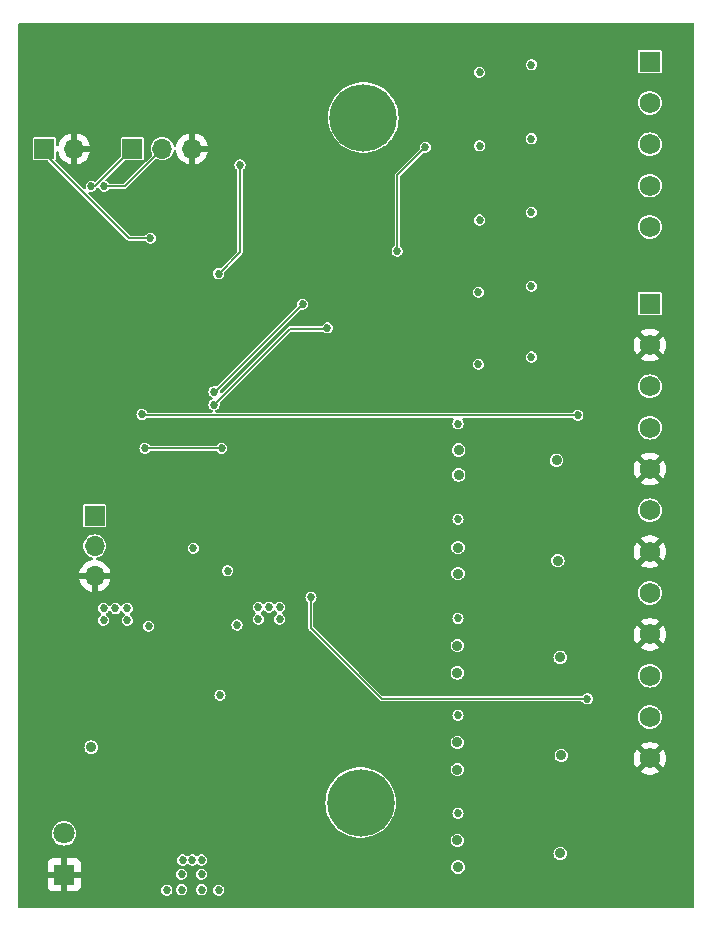
<source format=gbl>
%TF.GenerationSoftware,KiCad,Pcbnew,7.0.7*%
%TF.CreationDate,2024-02-14T18:39:21-05:00*%
%TF.ProjectId,control-module-pcb,636f6e74-726f-46c2-9d6d-6f64756c652d,rev?*%
%TF.SameCoordinates,Original*%
%TF.FileFunction,Copper,L4,Bot*%
%TF.FilePolarity,Positive*%
%FSLAX46Y46*%
G04 Gerber Fmt 4.6, Leading zero omitted, Abs format (unit mm)*
G04 Created by KiCad (PCBNEW 7.0.7) date 2024-02-14 18:39:21*
%MOMM*%
%LPD*%
G01*
G04 APERTURE LIST*
%TA.AperFunction,ComponentPad*%
%ADD10R,1.750000X1.750000*%
%TD*%
%TA.AperFunction,ComponentPad*%
%ADD11C,1.750000*%
%TD*%
%TA.AperFunction,ComponentPad*%
%ADD12R,1.700000X1.700000*%
%TD*%
%TA.AperFunction,ComponentPad*%
%ADD13O,1.700000X1.700000*%
%TD*%
%TA.AperFunction,ComponentPad*%
%ADD14R,1.800000X1.800000*%
%TD*%
%TA.AperFunction,ComponentPad*%
%ADD15C,1.800000*%
%TD*%
%TA.AperFunction,ComponentPad*%
%ADD16C,3.600000*%
%TD*%
%TA.AperFunction,ConnectorPad*%
%ADD17C,5.700000*%
%TD*%
%TA.AperFunction,ViaPad*%
%ADD18C,0.685800*%
%TD*%
%TA.AperFunction,ViaPad*%
%ADD19C,0.889000*%
%TD*%
%TA.AperFunction,Conductor*%
%ADD20C,0.177800*%
%TD*%
G04 APERTURE END LIST*
D10*
%TO.P,J4,1,1*%
%TO.N,/IGNITION1*%
X196000000Y-59750000D03*
D11*
%TO.P,J4,2,2*%
%TO.N,/ACCESSORY1*%
X196000000Y-63250000D03*
%TO.P,J4,3,3*%
%TO.N,/IGNITION2*%
X196000000Y-66750000D03*
%TO.P,J4,4,4*%
%TO.N,/ACCESSORY2*%
X196000000Y-70250000D03*
%TO.P,J4,5,5*%
%TO.N,/STARTER*%
X196000000Y-73750000D03*
%TD*%
D12*
%TO.P,J2,1,Pin_1*%
%TO.N,/BOOT*%
X144725000Y-67125000D03*
D13*
%TO.P,J2,2,Pin_2*%
%TO.N,GND*%
X147265000Y-67125000D03*
%TD*%
D14*
%TO.P,J5,1,P1*%
%TO.N,GND*%
X146400000Y-128600000D03*
D15*
%TO.P,J5,2,P2*%
%TO.N,+BATT*%
X146400000Y-125100000D03*
%TD*%
D12*
%TO.P,J1,1,Pin_1*%
%TO.N,/TX*%
X152170000Y-67125000D03*
D13*
%TO.P,J1,2,Pin_2*%
%TO.N,/RX*%
X154710000Y-67125000D03*
%TO.P,J1,3,Pin_3*%
%TO.N,GND*%
X157250000Y-67125000D03*
%TD*%
D10*
%TO.P,J3,1,1*%
%TO.N,/HEAD_UNIT_PWR*%
X196000000Y-80250000D03*
D11*
%TO.P,J3,2,2*%
%TO.N,GND*%
X196000000Y-83750000D03*
%TO.P,J3,3,3*%
%TO.N,/HEAD_UNIT_SHUTDOWN*%
X196000000Y-87250000D03*
%TO.P,J3,4,4*%
%TO.N,/L_BLIND_SPOT_PWR*%
X196000000Y-90750000D03*
%TO.P,J3,5,5*%
%TO.N,GND*%
X196000000Y-94250000D03*
%TO.P,J3,6,6*%
%TO.N,/R_BLIND_SPOT_PWR*%
X196000000Y-97750000D03*
%TO.P,J3,7,7*%
%TO.N,GND*%
X196000000Y-101250000D03*
%TO.P,J3,8,8*%
%TO.N,/DASH_CAM_PWR*%
X196000000Y-104750000D03*
%TO.P,J3,9,9*%
%TO.N,GND*%
X196000000Y-108250000D03*
%TO.P,J3,10,10*%
%TO.N,/DASH_CAM_SHUTDOWN*%
X196000000Y-111750000D03*
%TO.P,J3,11,11*%
%TO.N,/BACKUP_CAM_PWR*%
X196000000Y-115250000D03*
%TO.P,J3,12,12*%
%TO.N,GND*%
X196000000Y-118750000D03*
%TD*%
D16*
%TO.P,REF\u002A\u002A,1*%
%TO.N,N/C*%
X171500000Y-122500000D03*
D17*
X171500000Y-122500000D03*
%TD*%
D16*
%TO.P,REF\u002A\u002A,1*%
%TO.N,N/C*%
X171750000Y-64500000D03*
D17*
X171750000Y-64500000D03*
%TD*%
D12*
%TO.P,JP1,1,A*%
%TO.N,/Power Supply/VCC*%
X149000000Y-98225300D03*
D13*
%TO.P,JP1,2,C*%
%TO.N,Net-(JP1-C)*%
X149000000Y-100765300D03*
%TO.P,JP1,3,B*%
%TO.N,GND*%
X149000000Y-103305300D03*
%TD*%
D18*
%TO.N,/5V*%
X179750000Y-98500000D03*
X158050000Y-129855300D03*
X179750000Y-123400000D03*
X156350000Y-129855300D03*
D19*
X179755000Y-100900000D03*
D18*
X158050000Y-127355300D03*
X156450000Y-127355300D03*
X179750000Y-106900000D03*
D19*
X179750000Y-127950000D03*
D18*
X156350000Y-128555300D03*
D19*
X179809149Y-94740000D03*
X179700000Y-111500000D03*
X179700000Y-109200000D03*
D18*
X157350000Y-100955300D03*
D19*
X179809149Y-92640000D03*
D18*
X179750000Y-115100000D03*
D19*
X179700000Y-119700000D03*
X179755000Y-103100000D03*
X179700000Y-117404901D03*
D18*
X157250000Y-127355300D03*
X158050000Y-128555300D03*
D19*
X179700000Y-125700000D03*
X148700000Y-117800000D03*
D18*
X155100000Y-129900000D03*
X159500000Y-129900000D03*
X179750000Y-90400000D03*
D19*
%TO.N,GND*%
X183274650Y-119000000D03*
D18*
X168400000Y-67900000D03*
X175700000Y-82200000D03*
X151550000Y-127355300D03*
D19*
X183200000Y-111800000D03*
D18*
X176800000Y-108300000D03*
X176800000Y-116600000D03*
X153550000Y-109055300D03*
X175600000Y-85400000D03*
X162850000Y-109855300D03*
D19*
X183089973Y-103500150D03*
D18*
X164050000Y-129855300D03*
D19*
X183200000Y-110700000D03*
D18*
X164650000Y-109855300D03*
D19*
X183300000Y-127300000D03*
D18*
X152950000Y-109955300D03*
X176800000Y-124900000D03*
X176900000Y-77200000D03*
X162950000Y-127355300D03*
X160950000Y-108955300D03*
X153400000Y-85000000D03*
X149850000Y-109955300D03*
X150900000Y-86100000D03*
X165600000Y-96000000D03*
D19*
X183089900Y-102500000D03*
D18*
X149850000Y-108855300D03*
X149500000Y-86100000D03*
X152300000Y-81100000D03*
X152300000Y-86100000D03*
X150450000Y-129855300D03*
X161350000Y-109855300D03*
X151650000Y-109955300D03*
X176700000Y-62100000D03*
X151650000Y-108855300D03*
X151550000Y-128655300D03*
X148800000Y-88700000D03*
X148400000Y-82200000D03*
X162950000Y-129855300D03*
X150750000Y-108855300D03*
X178000000Y-93700000D03*
X163750000Y-108855300D03*
X161750000Y-129855300D03*
X149500000Y-81100000D03*
X176600000Y-100100000D03*
D19*
X183300000Y-128300000D03*
D18*
X162950000Y-128655300D03*
X167800000Y-100700000D03*
X153300000Y-71100000D03*
X150450000Y-127355300D03*
X153400000Y-83600000D03*
X168700000Y-80300000D03*
X148400000Y-85000000D03*
X152750000Y-129855300D03*
X153400000Y-82200000D03*
X175300000Y-73200000D03*
X148400000Y-83600000D03*
X176800000Y-68500000D03*
X150900000Y-81100000D03*
X162850000Y-108855300D03*
X151550000Y-129855300D03*
X166900000Y-77100000D03*
X164050000Y-127355300D03*
X164650000Y-108855300D03*
X161750000Y-127355300D03*
X161300000Y-97900000D03*
D19*
X182975500Y-94000000D03*
D18*
X152750000Y-127355300D03*
D19*
X182983605Y-95118414D03*
X183274727Y-120000386D03*
D18*
%TO.N,+BATT*%
X149750000Y-107055300D03*
X159600000Y-113400000D03*
X185974150Y-78770000D03*
X164650000Y-106955300D03*
X153550000Y-107555300D03*
X185974150Y-84770000D03*
X164650000Y-105955300D03*
X151750000Y-106055300D03*
X162850000Y-105955300D03*
X149750000Y-106055300D03*
X162850000Y-106955300D03*
X163750000Y-105955300D03*
X151750000Y-107055300D03*
X185974150Y-60020000D03*
X150750000Y-106055300D03*
X185974150Y-66270000D03*
X185974150Y-72520000D03*
X161050000Y-107455300D03*
%TO.N,/Power Supply/VCC*%
X160250000Y-102855300D03*
D19*
%TO.N,/HEAD_UNIT_PWR*%
X188100000Y-93500000D03*
%TO.N,/L_BLIND_SPOT_PWR*%
X188200000Y-102000000D03*
%TO.N,/R_BLIND_SPOT_PWR*%
X188400000Y-110200000D03*
%TO.N,/DASH_CAM_PWR*%
X188500000Y-118500000D03*
%TO.N,/BACKUP_CAM_PWR*%
X188400000Y-126800000D03*
D18*
%TO.N,/IGNITION1*%
X181574150Y-60670000D03*
%TO.N,/ACCESSORY1*%
X177000000Y-67000000D03*
X181574150Y-66870000D03*
X174600000Y-75800000D03*
%TO.N,/IGNITION2*%
X181574150Y-73170000D03*
%TO.N,/ACCESSORY2*%
X181474150Y-79270000D03*
%TO.N,/STARTER*%
X181474150Y-85370000D03*
%TO.N,/TX*%
X148700000Y-70308300D03*
%TO.N,/RX*%
X149800000Y-70308300D03*
%TO.N,/BOOT*%
X153700000Y-74700000D03*
%TO.N,/HEAD_UNIT_SHUTDOWN*%
X189900000Y-89700000D03*
X153000000Y-89630598D03*
%TO.N,/DASH_CAM_SHUTDOWN*%
X167300000Y-105100000D03*
X190700000Y-113700000D03*
%TO.N,/EN*%
X161300000Y-68500000D03*
X159500000Y-77700000D03*
%TO.N,Net-(U1-GPIO6{slash}TOUCH6{slash}ADC1_CH5)*%
X166600000Y-80300000D03*
X159100000Y-87700000D03*
%TO.N,Net-(U1-GPIO7{slash}TOUCH7{slash}ADC1_CH6)*%
X159100000Y-88800000D03*
X168700000Y-82300000D03*
%TO.N,Net-(U1-GPIO5{slash}TOUCH5{slash}ADC1_CH4)*%
X159750000Y-92500000D03*
X153250000Y-92500000D03*
%TD*%
D20*
%TO.N,/ACCESSORY1*%
X174600000Y-75800000D02*
X174600000Y-69400000D01*
X174600000Y-69400000D02*
X177000000Y-67000000D01*
%TO.N,/TX*%
X148986700Y-70308300D02*
X152170000Y-67125000D01*
X148700000Y-70308300D02*
X148986700Y-70308300D01*
%TO.N,/RX*%
X149800000Y-70308300D02*
X151526700Y-70308300D01*
X151526700Y-70308300D02*
X154710000Y-67125000D01*
%TO.N,/BOOT*%
X151900000Y-74700000D02*
X153700000Y-74700000D01*
X144725000Y-67125000D02*
X144725000Y-67525000D01*
X144725000Y-67525000D02*
X151900000Y-74700000D01*
%TO.N,/HEAD_UNIT_SHUTDOWN*%
X153000000Y-89630598D02*
X153069402Y-89700000D01*
X153069402Y-89700000D02*
X189900000Y-89700000D01*
%TO.N,/DASH_CAM_SHUTDOWN*%
X190700000Y-113700000D02*
X173300000Y-113700000D01*
X173300000Y-113700000D02*
X167300000Y-107700000D01*
X167300000Y-107700000D02*
X167300000Y-105100000D01*
%TO.N,/EN*%
X161300000Y-75900000D02*
X159500000Y-77700000D01*
X161300000Y-68500000D02*
X161300000Y-75900000D01*
%TO.N,Net-(U1-GPIO6{slash}TOUCH6{slash}ADC1_CH5)*%
X159200000Y-87700000D02*
X159100000Y-87700000D01*
X166600000Y-80300000D02*
X159200000Y-87700000D01*
%TO.N,Net-(U1-GPIO7{slash}TOUCH7{slash}ADC1_CH6)*%
X165500000Y-82400000D02*
X159100000Y-88800000D01*
X168600000Y-82400000D02*
X165500000Y-82400000D01*
X168700000Y-82300000D02*
X168600000Y-82400000D01*
%TO.N,Net-(U1-GPIO5{slash}TOUCH5{slash}ADC1_CH4)*%
X153250000Y-92500000D02*
X159750000Y-92500000D01*
%TD*%
%TA.AperFunction,Conductor*%
%TO.N,GND*%
G36*
X199692539Y-56520185D02*
G01*
X199738294Y-56572989D01*
X199749500Y-56624500D01*
X199749500Y-131275500D01*
X199729815Y-131342539D01*
X199677011Y-131388294D01*
X199625500Y-131399500D01*
X142624500Y-131399500D01*
X142557461Y-131379815D01*
X142511706Y-131327011D01*
X142500500Y-131275500D01*
X142500500Y-129547844D01*
X145000000Y-129547844D01*
X145006401Y-129607372D01*
X145006403Y-129607379D01*
X145056645Y-129742086D01*
X145056649Y-129742093D01*
X145142809Y-129857187D01*
X145142812Y-129857190D01*
X145257906Y-129943350D01*
X145257913Y-129943354D01*
X145392620Y-129993596D01*
X145392627Y-129993598D01*
X145452155Y-129999999D01*
X145452172Y-130000000D01*
X146150000Y-130000000D01*
X146150000Y-129313658D01*
X146169685Y-129246619D01*
X146222489Y-129200864D01*
X146290184Y-129190719D01*
X146360677Y-129200000D01*
X146360684Y-129200000D01*
X146439316Y-129200000D01*
X146439323Y-129200000D01*
X146509815Y-129190719D01*
X146578849Y-129201484D01*
X146631105Y-129247864D01*
X146650000Y-129313658D01*
X146650000Y-130000000D01*
X147347828Y-130000000D01*
X147347844Y-129999999D01*
X147407372Y-129993598D01*
X147407379Y-129993596D01*
X147542086Y-129943354D01*
X147542093Y-129943350D01*
X147600002Y-129899999D01*
X154624763Y-129899999D01*
X154644012Y-130033888D01*
X154644013Y-130033893D01*
X154679789Y-130112228D01*
X154700205Y-130156933D01*
X154700208Y-130156936D01*
X154700209Y-130156938D01*
X154750053Y-130214461D01*
X154788786Y-130259160D01*
X154902579Y-130332291D01*
X154967472Y-130351345D01*
X155032366Y-130370400D01*
X155032367Y-130370400D01*
X155167633Y-130370400D01*
X155297421Y-130332291D01*
X155411214Y-130259160D01*
X155499795Y-130156933D01*
X155555987Y-130033890D01*
X155575237Y-129900000D01*
X155568810Y-129855299D01*
X155874763Y-129855299D01*
X155894012Y-129989188D01*
X155894013Y-129989193D01*
X155940571Y-130091138D01*
X155950205Y-130112233D01*
X155950208Y-130112236D01*
X155950209Y-130112238D01*
X155988933Y-130156928D01*
X156038786Y-130214460D01*
X156152579Y-130287591D01*
X156217473Y-130306645D01*
X156282366Y-130325700D01*
X156282367Y-130325700D01*
X156417633Y-130325700D01*
X156547421Y-130287591D01*
X156661214Y-130214460D01*
X156749795Y-130112233D01*
X156805987Y-129989190D01*
X156825237Y-129855300D01*
X156825237Y-129855299D01*
X157574763Y-129855299D01*
X157594012Y-129989188D01*
X157594013Y-129989193D01*
X157640571Y-130091138D01*
X157650205Y-130112233D01*
X157650208Y-130112236D01*
X157650209Y-130112238D01*
X157688933Y-130156928D01*
X157738786Y-130214460D01*
X157852579Y-130287591D01*
X157917473Y-130306645D01*
X157982366Y-130325700D01*
X157982367Y-130325700D01*
X158117633Y-130325700D01*
X158247421Y-130287591D01*
X158361214Y-130214460D01*
X158449795Y-130112233D01*
X158505987Y-129989190D01*
X158518810Y-129900000D01*
X159024763Y-129900000D01*
X159044012Y-130033888D01*
X159044013Y-130033893D01*
X159079789Y-130112228D01*
X159100205Y-130156933D01*
X159100208Y-130156936D01*
X159100209Y-130156938D01*
X159150053Y-130214461D01*
X159188786Y-130259160D01*
X159302579Y-130332291D01*
X159367472Y-130351345D01*
X159432366Y-130370400D01*
X159432367Y-130370400D01*
X159567633Y-130370400D01*
X159697421Y-130332291D01*
X159811214Y-130259160D01*
X159899795Y-130156933D01*
X159955987Y-130033890D01*
X159975237Y-129900000D01*
X159955987Y-129766110D01*
X159955986Y-129766109D01*
X159955986Y-129766106D01*
X159927891Y-129704588D01*
X159899795Y-129643067D01*
X159868865Y-129607372D01*
X159811216Y-129540842D01*
X159811211Y-129540838D01*
X159697419Y-129467708D01*
X159567634Y-129429600D01*
X159567633Y-129429600D01*
X159432367Y-129429600D01*
X159432366Y-129429600D01*
X159302580Y-129467708D01*
X159188788Y-129540838D01*
X159188783Y-129540842D01*
X159100209Y-129643061D01*
X159100203Y-129643071D01*
X159044013Y-129766106D01*
X159044012Y-129766111D01*
X159024763Y-129900000D01*
X158518810Y-129900000D01*
X158525237Y-129855300D01*
X158505987Y-129721410D01*
X158505986Y-129721409D01*
X158505986Y-129721406D01*
X158477890Y-129659888D01*
X158449795Y-129598367D01*
X158406016Y-129547844D01*
X158361216Y-129496142D01*
X158361211Y-129496138D01*
X158316973Y-129467708D01*
X158247421Y-129423009D01*
X158247420Y-129423008D01*
X158247419Y-129423008D01*
X158117634Y-129384900D01*
X158117633Y-129384900D01*
X157982367Y-129384900D01*
X157982366Y-129384900D01*
X157852580Y-129423008D01*
X157738788Y-129496138D01*
X157738783Y-129496142D01*
X157650209Y-129598361D01*
X157650203Y-129598371D01*
X157594013Y-129721406D01*
X157594012Y-129721411D01*
X157574763Y-129855299D01*
X156825237Y-129855299D01*
X156805987Y-129721410D01*
X156805986Y-129721409D01*
X156805986Y-129721406D01*
X156777891Y-129659888D01*
X156749795Y-129598367D01*
X156706016Y-129547844D01*
X156661216Y-129496142D01*
X156661211Y-129496138D01*
X156616973Y-129467708D01*
X156547421Y-129423009D01*
X156547420Y-129423008D01*
X156547419Y-129423008D01*
X156417634Y-129384900D01*
X156417633Y-129384900D01*
X156282367Y-129384900D01*
X156282366Y-129384900D01*
X156152580Y-129423008D01*
X156038788Y-129496138D01*
X156038783Y-129496142D01*
X155950209Y-129598361D01*
X155950203Y-129598371D01*
X155894013Y-129721406D01*
X155894012Y-129721411D01*
X155874763Y-129855299D01*
X155568810Y-129855299D01*
X155555987Y-129766110D01*
X155555986Y-129766109D01*
X155555986Y-129766106D01*
X155527891Y-129704588D01*
X155499795Y-129643067D01*
X155468865Y-129607372D01*
X155411216Y-129540842D01*
X155411211Y-129540838D01*
X155297419Y-129467708D01*
X155167634Y-129429600D01*
X155167633Y-129429600D01*
X155032367Y-129429600D01*
X155032366Y-129429600D01*
X154902580Y-129467708D01*
X154788788Y-129540838D01*
X154788783Y-129540842D01*
X154700209Y-129643061D01*
X154700203Y-129643071D01*
X154644013Y-129766106D01*
X154644012Y-129766111D01*
X154624763Y-129899999D01*
X147600002Y-129899999D01*
X147657187Y-129857190D01*
X147657190Y-129857187D01*
X147743350Y-129742093D01*
X147743354Y-129742086D01*
X147793596Y-129607379D01*
X147793598Y-129607372D01*
X147799999Y-129547844D01*
X147800000Y-129547827D01*
X147800000Y-128850000D01*
X147113658Y-128850000D01*
X147046619Y-128830315D01*
X147000864Y-128777511D01*
X146990719Y-128709816D01*
X147005177Y-128600000D01*
X146999292Y-128555299D01*
X155874763Y-128555299D01*
X155894012Y-128689188D01*
X155894013Y-128689193D01*
X155924812Y-128756631D01*
X155950205Y-128812233D01*
X155950208Y-128812236D01*
X155950209Y-128812238D01*
X156028499Y-128902589D01*
X156038786Y-128914460D01*
X156152579Y-128987591D01*
X156217473Y-129006645D01*
X156282366Y-129025700D01*
X156282367Y-129025700D01*
X156417633Y-129025700D01*
X156547421Y-128987591D01*
X156661214Y-128914460D01*
X156749795Y-128812233D01*
X156805987Y-128689190D01*
X156825237Y-128555300D01*
X156825237Y-128555299D01*
X157574763Y-128555299D01*
X157594012Y-128689188D01*
X157594013Y-128689193D01*
X157624812Y-128756631D01*
X157650205Y-128812233D01*
X157650208Y-128812236D01*
X157650209Y-128812238D01*
X157728499Y-128902589D01*
X157738786Y-128914460D01*
X157852579Y-128987591D01*
X157917473Y-129006645D01*
X157982366Y-129025700D01*
X157982367Y-129025700D01*
X158117633Y-129025700D01*
X158247421Y-128987591D01*
X158361214Y-128914460D01*
X158449795Y-128812233D01*
X158505987Y-128689190D01*
X158525237Y-128555300D01*
X158505987Y-128421410D01*
X158505986Y-128421409D01*
X158505986Y-128421406D01*
X158473375Y-128350000D01*
X158449795Y-128298367D01*
X158449790Y-128298361D01*
X158361216Y-128196142D01*
X158361211Y-128196138D01*
X158247419Y-128123008D01*
X158117634Y-128084900D01*
X158117633Y-128084900D01*
X157982367Y-128084900D01*
X157982366Y-128084900D01*
X157852580Y-128123008D01*
X157738788Y-128196138D01*
X157738783Y-128196142D01*
X157650209Y-128298361D01*
X157650203Y-128298371D01*
X157594013Y-128421406D01*
X157594012Y-128421411D01*
X157574763Y-128555299D01*
X156825237Y-128555299D01*
X156805987Y-128421410D01*
X156805986Y-128421409D01*
X156805986Y-128421406D01*
X156773375Y-128350000D01*
X156749795Y-128298367D01*
X156749790Y-128298361D01*
X156661216Y-128196142D01*
X156661211Y-128196138D01*
X156547419Y-128123008D01*
X156417634Y-128084900D01*
X156417633Y-128084900D01*
X156282367Y-128084900D01*
X156282366Y-128084900D01*
X156152580Y-128123008D01*
X156038788Y-128196138D01*
X156038783Y-128196142D01*
X155950209Y-128298361D01*
X155950203Y-128298371D01*
X155894013Y-128421406D01*
X155894012Y-128421411D01*
X155874763Y-128555299D01*
X146999292Y-128555299D01*
X146990719Y-128490183D01*
X147001484Y-128421151D01*
X147047864Y-128368895D01*
X147113658Y-128350000D01*
X147800000Y-128350000D01*
X147800000Y-127950000D01*
X179173064Y-127950000D01*
X179192723Y-128099322D01*
X179250359Y-128238468D01*
X179342045Y-128357955D01*
X179461532Y-128449641D01*
X179600678Y-128507277D01*
X179732627Y-128524648D01*
X179749999Y-128526936D01*
X179750000Y-128526936D01*
X179750001Y-128526936D01*
X179765562Y-128524887D01*
X179899322Y-128507277D01*
X180038468Y-128449641D01*
X180157955Y-128357955D01*
X180249641Y-128238468D01*
X180307277Y-128099322D01*
X180326936Y-127950000D01*
X180307277Y-127800678D01*
X180249641Y-127661532D01*
X180157955Y-127542045D01*
X180038468Y-127450359D01*
X180038464Y-127450357D01*
X179899325Y-127392724D01*
X179899323Y-127392723D01*
X179899322Y-127392723D01*
X179824661Y-127382893D01*
X179750001Y-127373064D01*
X179749999Y-127373064D01*
X179600678Y-127392723D01*
X179600674Y-127392724D01*
X179461535Y-127450357D01*
X179461532Y-127450358D01*
X179461532Y-127450359D01*
X179342045Y-127542045D01*
X179257555Y-127652155D01*
X179250357Y-127661535D01*
X179192724Y-127800674D01*
X179192723Y-127800678D01*
X179173064Y-127950000D01*
X147800000Y-127950000D01*
X147800000Y-127652172D01*
X147799999Y-127652155D01*
X147793598Y-127592627D01*
X147793596Y-127592620D01*
X147743354Y-127457913D01*
X147743350Y-127457906D01*
X147666538Y-127355299D01*
X155974763Y-127355299D01*
X155994012Y-127489188D01*
X155994013Y-127489193D01*
X156040571Y-127591138D01*
X156050205Y-127612233D01*
X156050208Y-127612236D01*
X156050209Y-127612238D01*
X156135989Y-127711233D01*
X156138786Y-127714460D01*
X156252579Y-127787591D01*
X156317473Y-127806645D01*
X156382366Y-127825700D01*
X156382367Y-127825700D01*
X156517633Y-127825700D01*
X156647421Y-127787591D01*
X156761214Y-127714460D01*
X156761219Y-127714453D01*
X156767914Y-127708654D01*
X156770152Y-127711237D01*
X156815049Y-127682375D01*
X156884919Y-127682366D01*
X156929850Y-127711233D01*
X156932086Y-127708654D01*
X156938783Y-127714457D01*
X156938786Y-127714460D01*
X157052579Y-127787591D01*
X157117473Y-127806645D01*
X157182366Y-127825700D01*
X157182367Y-127825700D01*
X157317633Y-127825700D01*
X157447421Y-127787591D01*
X157561214Y-127714460D01*
X157561219Y-127714453D01*
X157567914Y-127708654D01*
X157570152Y-127711237D01*
X157615049Y-127682375D01*
X157684919Y-127682366D01*
X157729850Y-127711233D01*
X157732086Y-127708654D01*
X157738783Y-127714457D01*
X157738786Y-127714460D01*
X157852579Y-127787591D01*
X157917473Y-127806645D01*
X157982366Y-127825700D01*
X157982367Y-127825700D01*
X158117633Y-127825700D01*
X158247421Y-127787591D01*
X158361214Y-127714460D01*
X158449795Y-127612233D01*
X158505987Y-127489190D01*
X158525237Y-127355300D01*
X158505987Y-127221410D01*
X158505986Y-127221409D01*
X158505986Y-127221406D01*
X158477890Y-127159888D01*
X158449795Y-127098367D01*
X158449790Y-127098361D01*
X158361216Y-126996142D01*
X158361211Y-126996138D01*
X158247419Y-126923008D01*
X158117634Y-126884900D01*
X158117633Y-126884900D01*
X157982367Y-126884900D01*
X157982366Y-126884900D01*
X157852580Y-126923008D01*
X157738788Y-126996138D01*
X157732086Y-127001946D01*
X157729852Y-126999368D01*
X157684893Y-127028241D01*
X157615023Y-127028216D01*
X157570143Y-126999373D01*
X157567914Y-127001946D01*
X157561216Y-126996142D01*
X157561214Y-126996140D01*
X157447421Y-126923009D01*
X157447420Y-126923008D01*
X157447419Y-126923008D01*
X157317634Y-126884900D01*
X157317633Y-126884900D01*
X157182367Y-126884900D01*
X157182366Y-126884900D01*
X157052580Y-126923008D01*
X156938788Y-126996138D01*
X156932086Y-127001946D01*
X156929852Y-126999368D01*
X156884893Y-127028241D01*
X156815023Y-127028216D01*
X156770143Y-126999373D01*
X156767914Y-127001946D01*
X156761216Y-126996142D01*
X156761214Y-126996140D01*
X156647421Y-126923009D01*
X156647420Y-126923008D01*
X156647419Y-126923008D01*
X156517634Y-126884900D01*
X156517633Y-126884900D01*
X156382367Y-126884900D01*
X156382366Y-126884900D01*
X156252580Y-126923008D01*
X156138788Y-126996138D01*
X156138783Y-126996142D01*
X156050209Y-127098361D01*
X156050203Y-127098371D01*
X155994013Y-127221406D01*
X155994012Y-127221411D01*
X155974763Y-127355299D01*
X147666538Y-127355299D01*
X147657190Y-127342812D01*
X147657187Y-127342809D01*
X147542093Y-127256649D01*
X147542086Y-127256645D01*
X147407379Y-127206403D01*
X147407372Y-127206401D01*
X147347844Y-127200000D01*
X146650000Y-127200000D01*
X146650000Y-127886341D01*
X146630315Y-127953380D01*
X146577511Y-127999135D01*
X146509815Y-128009280D01*
X146439333Y-128000001D01*
X146439328Y-128000000D01*
X146439323Y-128000000D01*
X146360677Y-128000000D01*
X146360671Y-128000000D01*
X146360666Y-128000001D01*
X146290185Y-128009280D01*
X146221150Y-127998514D01*
X146168894Y-127952134D01*
X146150000Y-127886341D01*
X146150000Y-127200000D01*
X145452155Y-127200000D01*
X145392627Y-127206401D01*
X145392620Y-127206403D01*
X145257913Y-127256645D01*
X145257906Y-127256649D01*
X145142812Y-127342809D01*
X145142809Y-127342812D01*
X145056649Y-127457906D01*
X145056645Y-127457913D01*
X145006403Y-127592620D01*
X145006401Y-127592627D01*
X145000000Y-127652155D01*
X145000000Y-128350000D01*
X145686342Y-128350000D01*
X145753381Y-128369685D01*
X145799136Y-128422489D01*
X145809280Y-128490183D01*
X145794823Y-128600000D01*
X145809280Y-128709816D01*
X145798516Y-128778849D01*
X145752136Y-128831105D01*
X145686342Y-128850000D01*
X145000000Y-128850000D01*
X145000000Y-129547844D01*
X142500500Y-129547844D01*
X142500500Y-126800000D01*
X187823064Y-126800000D01*
X187842723Y-126949321D01*
X187842724Y-126949325D01*
X187864520Y-127001946D01*
X187900359Y-127088468D01*
X187992045Y-127207955D01*
X188111532Y-127299641D01*
X188250678Y-127357277D01*
X188382627Y-127374648D01*
X188399999Y-127376936D01*
X188400000Y-127376936D01*
X188400001Y-127376936D01*
X188415562Y-127374887D01*
X188549322Y-127357277D01*
X188688468Y-127299641D01*
X188807955Y-127207955D01*
X188899641Y-127088468D01*
X188957277Y-126949322D01*
X188976936Y-126800000D01*
X188957277Y-126650678D01*
X188899641Y-126511532D01*
X188807955Y-126392045D01*
X188688468Y-126300359D01*
X188688464Y-126300357D01*
X188549325Y-126242724D01*
X188549323Y-126242723D01*
X188549322Y-126242723D01*
X188474661Y-126232893D01*
X188400001Y-126223064D01*
X188399999Y-126223064D01*
X188250678Y-126242723D01*
X188250674Y-126242724D01*
X188111535Y-126300357D01*
X187992045Y-126392045D01*
X187900357Y-126511535D01*
X187842724Y-126650674D01*
X187842723Y-126650678D01*
X187823064Y-126799999D01*
X187823064Y-126800000D01*
X142500500Y-126800000D01*
X142500500Y-125099999D01*
X145367528Y-125099999D01*
X145387366Y-125301423D01*
X145406951Y-125365986D01*
X145446120Y-125495110D01*
X145446121Y-125495113D01*
X145446122Y-125495114D01*
X145446123Y-125495117D01*
X145541527Y-125673605D01*
X145541531Y-125673612D01*
X145669931Y-125830068D01*
X145826387Y-125958468D01*
X145826394Y-125958472D01*
X146004882Y-126053876D01*
X146004883Y-126053876D01*
X146004890Y-126053880D01*
X146198575Y-126112633D01*
X146198574Y-126112633D01*
X146216634Y-126114411D01*
X146400000Y-126132472D01*
X146601425Y-126112633D01*
X146795110Y-126053880D01*
X146973611Y-125958469D01*
X147130068Y-125830068D01*
X147236812Y-125700000D01*
X179123064Y-125700000D01*
X179142723Y-125849321D01*
X179142724Y-125849325D01*
X179187932Y-125958468D01*
X179200359Y-125988468D01*
X179292045Y-126107955D01*
X179411532Y-126199641D01*
X179550678Y-126257277D01*
X179682627Y-126274648D01*
X179699999Y-126276936D01*
X179700000Y-126276936D01*
X179700001Y-126276936D01*
X179715562Y-126274887D01*
X179849322Y-126257277D01*
X179988468Y-126199641D01*
X180107955Y-126107955D01*
X180199641Y-125988468D01*
X180257277Y-125849322D01*
X180276936Y-125700000D01*
X180257277Y-125550678D01*
X180199641Y-125411532D01*
X180107955Y-125292045D01*
X179988468Y-125200359D01*
X179988464Y-125200357D01*
X179849325Y-125142724D01*
X179849323Y-125142723D01*
X179849322Y-125142723D01*
X179774660Y-125132893D01*
X179700001Y-125123064D01*
X179699999Y-125123064D01*
X179550678Y-125142723D01*
X179550674Y-125142724D01*
X179411535Y-125200357D01*
X179292045Y-125292045D01*
X179200357Y-125411535D01*
X179142724Y-125550674D01*
X179142723Y-125550678D01*
X179123064Y-125699999D01*
X179123064Y-125700000D01*
X147236812Y-125700000D01*
X147258469Y-125673611D01*
X147353880Y-125495110D01*
X147412633Y-125301425D01*
X147432472Y-125100000D01*
X147412633Y-124898575D01*
X147353880Y-124704890D01*
X147353876Y-124704882D01*
X147258472Y-124526394D01*
X147258468Y-124526387D01*
X147130068Y-124369931D01*
X146973612Y-124241531D01*
X146973605Y-124241527D01*
X146795117Y-124146123D01*
X146795114Y-124146122D01*
X146795113Y-124146121D01*
X146795110Y-124146120D01*
X146601425Y-124087367D01*
X146601423Y-124087366D01*
X146601425Y-124087366D01*
X146400000Y-124067528D01*
X146198576Y-124087366D01*
X146084217Y-124122056D01*
X146004890Y-124146120D01*
X146004887Y-124146121D01*
X146004885Y-124146122D01*
X146004882Y-124146123D01*
X145826394Y-124241527D01*
X145826387Y-124241531D01*
X145669931Y-124369931D01*
X145541531Y-124526387D01*
X145541527Y-124526394D01*
X145446123Y-124704882D01*
X145446122Y-124704885D01*
X145387366Y-124898576D01*
X145367528Y-125099999D01*
X142500500Y-125099999D01*
X142500500Y-122500003D01*
X168517454Y-122500003D01*
X168537621Y-122846252D01*
X168537622Y-122846263D01*
X168597845Y-123187804D01*
X168597848Y-123187818D01*
X168697323Y-123520090D01*
X168834696Y-123838555D01*
X168834702Y-123838568D01*
X169008120Y-124138938D01*
X169008124Y-124138944D01*
X169215227Y-124417132D01*
X169215238Y-124417146D01*
X169338162Y-124547437D01*
X169453253Y-124669425D01*
X169453259Y-124669430D01*
X169453261Y-124669432D01*
X169718944Y-124892367D01*
X169718952Y-124892373D01*
X170008723Y-125082959D01*
X170318666Y-125238618D01*
X170318667Y-125238619D01*
X170318670Y-125238620D01*
X170318674Y-125238622D01*
X170644596Y-125357248D01*
X170982086Y-125437234D01*
X171326580Y-125477500D01*
X171326587Y-125477500D01*
X171673413Y-125477500D01*
X171673420Y-125477500D01*
X172017914Y-125437234D01*
X172355404Y-125357248D01*
X172681326Y-125238622D01*
X172991273Y-125082961D01*
X173281053Y-124892369D01*
X173546747Y-124669425D01*
X173784763Y-124417144D01*
X173991881Y-124138936D01*
X174165300Y-123838564D01*
X174302676Y-123520091D01*
X174338629Y-123400000D01*
X179274763Y-123400000D01*
X179294012Y-123533888D01*
X179294013Y-123533893D01*
X179340571Y-123635838D01*
X179350205Y-123656933D01*
X179438786Y-123759160D01*
X179552579Y-123832291D01*
X179573957Y-123838568D01*
X179682366Y-123870400D01*
X179682367Y-123870400D01*
X179817633Y-123870400D01*
X179947421Y-123832291D01*
X180061214Y-123759160D01*
X180149795Y-123656933D01*
X180205987Y-123533890D01*
X180225237Y-123400000D01*
X180205987Y-123266110D01*
X180205986Y-123266109D01*
X180205986Y-123266106D01*
X180170226Y-123187804D01*
X180149795Y-123143067D01*
X180061214Y-123040840D01*
X179947421Y-122967709D01*
X179947420Y-122967708D01*
X179947419Y-122967708D01*
X179817634Y-122929600D01*
X179817633Y-122929600D01*
X179682367Y-122929600D01*
X179682366Y-122929600D01*
X179552580Y-122967708D01*
X179438788Y-123040838D01*
X179438783Y-123040842D01*
X179350209Y-123143061D01*
X179350203Y-123143071D01*
X179294013Y-123266106D01*
X179294012Y-123266111D01*
X179274763Y-123400000D01*
X174338629Y-123400000D01*
X174402151Y-123187822D01*
X174462379Y-122846252D01*
X174482546Y-122500000D01*
X174462379Y-122153748D01*
X174402151Y-121812178D01*
X174302676Y-121479909D01*
X174165300Y-121161436D01*
X173991881Y-120861064D01*
X173991879Y-120861061D01*
X173991875Y-120861055D01*
X173784772Y-120582867D01*
X173784761Y-120582853D01*
X173669672Y-120460868D01*
X173546747Y-120330575D01*
X173546740Y-120330569D01*
X173546738Y-120330567D01*
X173281055Y-120107632D01*
X173281047Y-120107626D01*
X172991276Y-119917040D01*
X172681333Y-119761381D01*
X172681332Y-119761380D01*
X172512692Y-119700000D01*
X179123064Y-119700000D01*
X179142723Y-119849321D01*
X179142724Y-119849325D01*
X179170772Y-119917040D01*
X179200359Y-119988468D01*
X179292045Y-120107955D01*
X179411532Y-120199641D01*
X179550678Y-120257277D01*
X179682627Y-120274648D01*
X179699999Y-120276936D01*
X179700000Y-120276936D01*
X179700001Y-120276936D01*
X179715562Y-120274887D01*
X179849322Y-120257277D01*
X179988468Y-120199641D01*
X180107955Y-120107955D01*
X180199641Y-119988468D01*
X180257277Y-119849322D01*
X180276936Y-119700000D01*
X180257277Y-119550678D01*
X180199641Y-119411532D01*
X180107955Y-119292045D01*
X179988468Y-119200359D01*
X179988464Y-119200357D01*
X179849325Y-119142724D01*
X179849323Y-119142723D01*
X179849322Y-119142723D01*
X179774660Y-119132893D01*
X179700001Y-119123064D01*
X179699999Y-119123064D01*
X179550678Y-119142723D01*
X179550674Y-119142724D01*
X179411535Y-119200357D01*
X179411532Y-119200358D01*
X179411532Y-119200359D01*
X179292045Y-119292045D01*
X179204092Y-119406668D01*
X179200357Y-119411535D01*
X179142724Y-119550674D01*
X179142723Y-119550678D01*
X179123064Y-119699999D01*
X179123064Y-119700000D01*
X172512692Y-119700000D01*
X172355401Y-119642751D01*
X172169978Y-119598805D01*
X172017914Y-119562766D01*
X171673420Y-119522500D01*
X171326580Y-119522500D01*
X170982086Y-119562765D01*
X170982086Y-119562766D01*
X170644598Y-119642751D01*
X170318667Y-119761380D01*
X170318666Y-119761381D01*
X170008723Y-119917040D01*
X169718952Y-120107626D01*
X169718944Y-120107632D01*
X169453261Y-120330567D01*
X169453251Y-120330577D01*
X169215238Y-120582853D01*
X169215227Y-120582867D01*
X169008124Y-120861055D01*
X169008120Y-120861061D01*
X168834702Y-121161431D01*
X168834696Y-121161444D01*
X168697323Y-121479909D01*
X168597848Y-121812181D01*
X168597845Y-121812195D01*
X168537622Y-122153736D01*
X168537621Y-122153747D01*
X168517454Y-122499996D01*
X168517454Y-122500003D01*
X142500500Y-122500003D01*
X142500500Y-118500000D01*
X187923064Y-118500000D01*
X187942723Y-118649321D01*
X187942724Y-118649325D01*
X187984427Y-118750006D01*
X188000359Y-118788468D01*
X188092045Y-118907955D01*
X188211532Y-118999641D01*
X188350678Y-119057277D01*
X188482627Y-119074648D01*
X188499999Y-119076936D01*
X188500000Y-119076936D01*
X188500001Y-119076936D01*
X188515562Y-119074887D01*
X188649322Y-119057277D01*
X188788468Y-118999641D01*
X188907955Y-118907955D01*
X188999641Y-118788468D01*
X189015572Y-118750006D01*
X194620288Y-118750006D01*
X194639103Y-118977085D01*
X194639105Y-118977093D01*
X194695045Y-119197993D01*
X194786577Y-119406664D01*
X194786579Y-119406668D01*
X194866874Y-119529570D01*
X195244890Y-119151554D01*
X195306213Y-119118069D01*
X195375904Y-119123053D01*
X195425386Y-119157007D01*
X195532404Y-119277805D01*
X195532406Y-119277807D01*
X195553034Y-119292045D01*
X195583501Y-119313075D01*
X195583503Y-119313076D01*
X195627493Y-119367358D01*
X195635153Y-119436807D01*
X195604050Y-119499372D01*
X195600744Y-119502807D01*
X195219015Y-119884535D01*
X195219016Y-119884537D01*
X195245366Y-119905046D01*
X195245372Y-119905050D01*
X195445769Y-120013499D01*
X195445780Y-120013504D01*
X195661298Y-120087492D01*
X195886065Y-120125000D01*
X196113935Y-120125000D01*
X196338701Y-120087492D01*
X196554219Y-120013504D01*
X196554230Y-120013499D01*
X196754633Y-119905047D01*
X196780982Y-119884537D01*
X196780982Y-119884536D01*
X196399254Y-119502807D01*
X196365769Y-119441484D01*
X196370753Y-119371792D01*
X196412625Y-119315859D01*
X196416460Y-119313100D01*
X196467595Y-119277806D01*
X196574615Y-119157005D01*
X196633801Y-119119881D01*
X196703666Y-119120649D01*
X196755108Y-119151554D01*
X197133124Y-119529571D01*
X197213420Y-119406669D01*
X197304954Y-119197993D01*
X197360894Y-118977093D01*
X197360896Y-118977085D01*
X197379712Y-118750006D01*
X197379712Y-118749993D01*
X197360896Y-118522914D01*
X197360894Y-118522906D01*
X197304954Y-118302006D01*
X197213420Y-118093330D01*
X197133124Y-117970427D01*
X196755108Y-118348444D01*
X196693785Y-118381929D01*
X196624093Y-118376945D01*
X196574612Y-118342990D01*
X196467599Y-118222198D01*
X196467597Y-118222196D01*
X196467595Y-118222194D01*
X196416496Y-118186923D01*
X196416495Y-118186922D01*
X196372505Y-118132639D01*
X196364845Y-118063190D01*
X196395949Y-118000625D01*
X196399254Y-117997191D01*
X196780983Y-117615461D01*
X196754632Y-117594952D01*
X196754627Y-117594949D01*
X196554230Y-117486500D01*
X196554219Y-117486495D01*
X196338701Y-117412507D01*
X196113935Y-117375000D01*
X195886065Y-117375000D01*
X195661298Y-117412507D01*
X195445780Y-117486495D01*
X195445769Y-117486500D01*
X195245373Y-117594948D01*
X195219016Y-117615462D01*
X195600745Y-117997192D01*
X195634230Y-118058515D01*
X195629246Y-118128207D01*
X195587374Y-118184140D01*
X195583504Y-118186923D01*
X195532407Y-118222192D01*
X195532404Y-118222194D01*
X195425387Y-118342992D01*
X195366197Y-118380118D01*
X195296332Y-118379350D01*
X195244891Y-118348445D01*
X194866874Y-117970428D01*
X194786578Y-118093333D01*
X194786577Y-118093335D01*
X194695045Y-118302006D01*
X194639105Y-118522906D01*
X194639103Y-118522914D01*
X194620288Y-118749993D01*
X194620288Y-118750006D01*
X189015572Y-118750006D01*
X189057277Y-118649322D01*
X189076936Y-118500000D01*
X189057277Y-118350678D01*
X188999641Y-118211532D01*
X188907955Y-118092045D01*
X188788468Y-118000359D01*
X188788464Y-118000357D01*
X188649325Y-117942724D01*
X188649323Y-117942723D01*
X188649322Y-117942723D01*
X188574660Y-117932893D01*
X188500001Y-117923064D01*
X188499999Y-117923064D01*
X188350678Y-117942723D01*
X188350674Y-117942724D01*
X188211535Y-118000357D01*
X188211532Y-118000358D01*
X188211532Y-118000359D01*
X188126836Y-118065349D01*
X188092045Y-118092045D01*
X188000357Y-118211535D01*
X187942724Y-118350674D01*
X187942723Y-118350678D01*
X187923064Y-118499999D01*
X187923064Y-118500000D01*
X142500500Y-118500000D01*
X142500500Y-117800000D01*
X148123064Y-117800000D01*
X148136827Y-117904542D01*
X148142723Y-117949321D01*
X148142724Y-117949325D01*
X148190782Y-118065349D01*
X148200359Y-118088468D01*
X148292045Y-118207955D01*
X148411532Y-118299641D01*
X148550678Y-118357277D01*
X148682627Y-118374648D01*
X148699999Y-118376936D01*
X148700000Y-118376936D01*
X148700001Y-118376936D01*
X148715562Y-118374887D01*
X148849322Y-118357277D01*
X148988468Y-118299641D01*
X149107955Y-118207955D01*
X149199641Y-118088468D01*
X149257277Y-117949322D01*
X149276936Y-117800000D01*
X149257277Y-117650678D01*
X149199641Y-117511532D01*
X149117820Y-117404901D01*
X179123064Y-117404901D01*
X179142723Y-117554222D01*
X179142724Y-117554226D01*
X179168088Y-117615461D01*
X179200359Y-117693369D01*
X179292045Y-117812856D01*
X179411532Y-117904542D01*
X179550678Y-117962178D01*
X179682627Y-117979549D01*
X179699999Y-117981837D01*
X179700000Y-117981837D01*
X179700001Y-117981837D01*
X179715562Y-117979788D01*
X179849322Y-117962178D01*
X179988468Y-117904542D01*
X180107955Y-117812856D01*
X180199641Y-117693369D01*
X180257277Y-117554223D01*
X180276936Y-117404901D01*
X180257277Y-117255579D01*
X180199641Y-117116433D01*
X180107955Y-116996946D01*
X179988468Y-116905260D01*
X179988464Y-116905258D01*
X179849325Y-116847625D01*
X179849323Y-116847624D01*
X179849322Y-116847624D01*
X179774661Y-116837794D01*
X179700001Y-116827965D01*
X179699999Y-116827965D01*
X179550678Y-116847624D01*
X179550674Y-116847625D01*
X179411535Y-116905258D01*
X179292045Y-116996946D01*
X179200357Y-117116436D01*
X179142724Y-117255575D01*
X179142723Y-117255579D01*
X179123064Y-117404900D01*
X179123064Y-117404901D01*
X149117820Y-117404901D01*
X149107955Y-117392045D01*
X148988468Y-117300359D01*
X148988464Y-117300357D01*
X148849325Y-117242724D01*
X148849323Y-117242723D01*
X148849322Y-117242723D01*
X148774660Y-117232893D01*
X148700001Y-117223064D01*
X148699999Y-117223064D01*
X148550678Y-117242723D01*
X148550674Y-117242724D01*
X148411535Y-117300357D01*
X148292045Y-117392045D01*
X148200357Y-117511535D01*
X148142724Y-117650674D01*
X148142723Y-117650678D01*
X148137103Y-117693369D01*
X148123064Y-117800000D01*
X142500500Y-117800000D01*
X142500500Y-115100000D01*
X179274763Y-115100000D01*
X179294012Y-115233888D01*
X179294013Y-115233893D01*
X179340571Y-115335838D01*
X179350205Y-115356933D01*
X179350208Y-115356936D01*
X179350209Y-115356938D01*
X179427836Y-115446524D01*
X179438786Y-115459160D01*
X179552579Y-115532291D01*
X179617473Y-115551345D01*
X179682366Y-115570400D01*
X179682367Y-115570400D01*
X179817633Y-115570400D01*
X179947421Y-115532291D01*
X180061214Y-115459160D01*
X180149795Y-115356933D01*
X180198630Y-115249999D01*
X194992649Y-115249999D01*
X195012004Y-115446522D01*
X195069330Y-115635501D01*
X195162414Y-115809648D01*
X195162419Y-115809655D01*
X195287694Y-115962305D01*
X195393921Y-116049482D01*
X195440346Y-116087582D01*
X195440349Y-116087583D01*
X195440351Y-116087585D01*
X195614498Y-116180669D01*
X195614500Y-116180669D01*
X195614503Y-116180671D01*
X195803476Y-116237995D01*
X195803475Y-116237995D01*
X195822831Y-116239901D01*
X196000000Y-116257351D01*
X196196524Y-116237995D01*
X196385497Y-116180671D01*
X196559654Y-116087582D01*
X196712305Y-115962305D01*
X196837582Y-115809654D01*
X196930671Y-115635497D01*
X196987995Y-115446524D01*
X197007351Y-115250000D01*
X196987995Y-115053476D01*
X196930671Y-114864503D01*
X196930669Y-114864500D01*
X196930669Y-114864498D01*
X196837585Y-114690351D01*
X196837583Y-114690349D01*
X196837582Y-114690346D01*
X196787729Y-114629600D01*
X196712305Y-114537694D01*
X196559655Y-114412419D01*
X196559648Y-114412414D01*
X196385501Y-114319330D01*
X196291010Y-114290666D01*
X196196524Y-114262005D01*
X196196522Y-114262004D01*
X196196524Y-114262004D01*
X196000000Y-114242649D01*
X195803477Y-114262004D01*
X195614498Y-114319330D01*
X195440351Y-114412414D01*
X195440344Y-114412419D01*
X195287694Y-114537694D01*
X195162419Y-114690344D01*
X195162414Y-114690351D01*
X195069330Y-114864498D01*
X195012004Y-115053477D01*
X194992649Y-115249999D01*
X180198630Y-115249999D01*
X180205987Y-115233890D01*
X180225237Y-115100000D01*
X180205987Y-114966110D01*
X180205986Y-114966109D01*
X180205986Y-114966106D01*
X180177891Y-114904588D01*
X180149795Y-114843067D01*
X180061214Y-114740840D01*
X179947421Y-114667709D01*
X179947420Y-114667708D01*
X179947419Y-114667708D01*
X179817634Y-114629600D01*
X179817633Y-114629600D01*
X179682367Y-114629600D01*
X179682366Y-114629600D01*
X179552580Y-114667708D01*
X179438788Y-114740838D01*
X179438783Y-114740842D01*
X179350209Y-114843061D01*
X179350203Y-114843071D01*
X179294013Y-114966106D01*
X179294012Y-114966111D01*
X179274763Y-115100000D01*
X142500500Y-115100000D01*
X142500500Y-113399999D01*
X159124763Y-113399999D01*
X159144012Y-113533888D01*
X159144013Y-113533893D01*
X159190571Y-113635838D01*
X159200205Y-113656933D01*
X159288786Y-113759160D01*
X159402579Y-113832291D01*
X159455579Y-113847853D01*
X159532366Y-113870400D01*
X159532367Y-113870400D01*
X159667633Y-113870400D01*
X159797421Y-113832291D01*
X159911214Y-113759160D01*
X159999795Y-113656933D01*
X160055987Y-113533890D01*
X160075237Y-113400000D01*
X160055987Y-113266110D01*
X160055986Y-113266109D01*
X160055986Y-113266106D01*
X160027890Y-113204588D01*
X159999795Y-113143067D01*
X159911214Y-113040840D01*
X159797421Y-112967709D01*
X159797420Y-112967708D01*
X159797419Y-112967708D01*
X159667634Y-112929600D01*
X159667633Y-112929600D01*
X159532367Y-112929600D01*
X159532366Y-112929600D01*
X159402580Y-112967708D01*
X159288788Y-113040838D01*
X159288783Y-113040842D01*
X159200209Y-113143061D01*
X159200203Y-113143071D01*
X159144013Y-113266106D01*
X159144012Y-113266111D01*
X159124763Y-113399999D01*
X142500500Y-113399999D01*
X142500500Y-107555300D01*
X153074763Y-107555300D01*
X153094012Y-107689188D01*
X153094013Y-107689193D01*
X153122945Y-107752543D01*
X153150205Y-107812233D01*
X153150208Y-107812236D01*
X153150209Y-107812238D01*
X153215503Y-107887591D01*
X153238786Y-107914460D01*
X153352579Y-107987591D01*
X153394684Y-107999954D01*
X153482366Y-108025700D01*
X153482367Y-108025700D01*
X153617633Y-108025700D01*
X153747421Y-107987591D01*
X153861214Y-107914460D01*
X153949795Y-107812233D01*
X154002904Y-107695941D01*
X154005986Y-107689193D01*
X154005987Y-107689188D01*
X154012098Y-107646684D01*
X154025237Y-107555300D01*
X154010860Y-107455300D01*
X160574763Y-107455300D01*
X160594012Y-107589188D01*
X160594013Y-107589193D01*
X160637375Y-107684140D01*
X160650205Y-107712233D01*
X160650208Y-107712236D01*
X160650209Y-107712238D01*
X160736860Y-107812238D01*
X160738786Y-107814460D01*
X160852579Y-107887591D01*
X160917473Y-107906645D01*
X160982366Y-107925700D01*
X160982367Y-107925700D01*
X161117633Y-107925700D01*
X161247421Y-107887591D01*
X161361214Y-107814460D01*
X161449795Y-107712233D01*
X161504095Y-107593333D01*
X161505986Y-107589193D01*
X161505987Y-107589188D01*
X161525237Y-107455300D01*
X161505987Y-107321410D01*
X161505986Y-107321409D01*
X161505986Y-107321406D01*
X161477557Y-107259157D01*
X161449795Y-107198367D01*
X161413888Y-107156928D01*
X161361216Y-107096142D01*
X161361211Y-107096138D01*
X161297665Y-107055299D01*
X161247421Y-107023009D01*
X161247420Y-107023008D01*
X161247419Y-107023008D01*
X161117634Y-106984900D01*
X161117633Y-106984900D01*
X160982367Y-106984900D01*
X160982366Y-106984900D01*
X160852580Y-107023008D01*
X160738788Y-107096138D01*
X160738783Y-107096142D01*
X160650209Y-107198361D01*
X160650203Y-107198371D01*
X160594013Y-107321406D01*
X160594012Y-107321411D01*
X160574763Y-107455300D01*
X154010860Y-107455300D01*
X154005987Y-107421410D01*
X154005986Y-107421409D01*
X154005986Y-107421406D01*
X153977891Y-107359888D01*
X153949795Y-107298367D01*
X153875159Y-107212233D01*
X153861216Y-107196142D01*
X153861211Y-107196138D01*
X153800207Y-107156933D01*
X153747421Y-107123009D01*
X153747420Y-107123008D01*
X153747419Y-107123008D01*
X153617634Y-107084900D01*
X153617633Y-107084900D01*
X153482367Y-107084900D01*
X153482366Y-107084900D01*
X153352580Y-107123008D01*
X153238788Y-107196138D01*
X153238783Y-107196142D01*
X153150209Y-107298361D01*
X153150203Y-107298371D01*
X153094013Y-107421406D01*
X153094012Y-107421411D01*
X153074763Y-107555300D01*
X142500500Y-107555300D01*
X142500500Y-107055300D01*
X149274763Y-107055300D01*
X149294012Y-107189188D01*
X149294013Y-107189193D01*
X149340571Y-107291138D01*
X149350205Y-107312233D01*
X149350208Y-107312236D01*
X149350209Y-107312238D01*
X149415503Y-107387591D01*
X149438786Y-107414460D01*
X149552579Y-107487591D01*
X149596969Y-107500625D01*
X149682366Y-107525700D01*
X149682367Y-107525700D01*
X149817633Y-107525700D01*
X149947421Y-107487591D01*
X150061214Y-107414460D01*
X150149795Y-107312233D01*
X150205987Y-107189190D01*
X150225237Y-107055300D01*
X150205987Y-106921410D01*
X150205986Y-106921409D01*
X150205986Y-106921406D01*
X150177891Y-106859888D01*
X150149795Y-106798367D01*
X150121844Y-106766110D01*
X150061216Y-106696142D01*
X150061215Y-106696141D01*
X150061214Y-106696140D01*
X150004379Y-106659614D01*
X149958626Y-106606812D01*
X149948682Y-106537653D01*
X149977707Y-106474098D01*
X150004377Y-106450986D01*
X150061214Y-106414460D01*
X150116217Y-106350984D01*
X150155603Y-106305531D01*
X150158202Y-106307783D01*
X150198483Y-106272876D01*
X150267641Y-106262929D01*
X150331198Y-106291951D01*
X150343579Y-106306239D01*
X150344397Y-106305531D01*
X150429539Y-106403789D01*
X150438786Y-106414460D01*
X150552579Y-106487591D01*
X150607745Y-106503789D01*
X150682366Y-106525700D01*
X150682367Y-106525700D01*
X150817633Y-106525700D01*
X150947421Y-106487591D01*
X151061214Y-106414460D01*
X151116217Y-106350984D01*
X151155603Y-106305531D01*
X151158202Y-106307783D01*
X151198483Y-106272876D01*
X151267641Y-106262929D01*
X151331198Y-106291951D01*
X151343579Y-106306239D01*
X151344397Y-106305531D01*
X151429539Y-106403789D01*
X151438786Y-106414460D01*
X151438788Y-106414461D01*
X151495619Y-106450985D01*
X151541374Y-106503789D01*
X151551317Y-106572948D01*
X151522292Y-106636503D01*
X151495619Y-106659615D01*
X151438788Y-106696138D01*
X151438783Y-106696142D01*
X151350209Y-106798361D01*
X151350203Y-106798371D01*
X151294013Y-106921406D01*
X151294012Y-106921411D01*
X151274763Y-107055299D01*
X151294012Y-107189188D01*
X151294013Y-107189193D01*
X151340571Y-107291138D01*
X151350205Y-107312233D01*
X151350208Y-107312236D01*
X151350209Y-107312238D01*
X151415503Y-107387591D01*
X151438786Y-107414460D01*
X151552579Y-107487591D01*
X151596969Y-107500625D01*
X151682366Y-107525700D01*
X151682367Y-107525700D01*
X151817633Y-107525700D01*
X151947421Y-107487591D01*
X152061214Y-107414460D01*
X152149795Y-107312233D01*
X152205987Y-107189190D01*
X152225237Y-107055300D01*
X152210859Y-106955299D01*
X162374763Y-106955299D01*
X162394012Y-107089188D01*
X162394013Y-107089193D01*
X162439681Y-107189188D01*
X162450205Y-107212233D01*
X162450208Y-107212236D01*
X162450209Y-107212238D01*
X162536860Y-107312238D01*
X162538786Y-107314460D01*
X162652579Y-107387591D01*
X162717473Y-107406645D01*
X162782366Y-107425700D01*
X162782367Y-107425700D01*
X162917633Y-107425700D01*
X163047421Y-107387591D01*
X163161214Y-107314460D01*
X163249795Y-107212233D01*
X163303357Y-107094949D01*
X163305986Y-107089193D01*
X163305987Y-107089188D01*
X163325237Y-106955300D01*
X163305987Y-106821410D01*
X163305986Y-106821409D01*
X163305986Y-106821406D01*
X163277890Y-106759888D01*
X163249795Y-106698367D01*
X163216216Y-106659615D01*
X163161216Y-106596142D01*
X163161215Y-106596141D01*
X163161214Y-106596140D01*
X163104379Y-106559614D01*
X163058626Y-106506812D01*
X163048682Y-106437653D01*
X163077707Y-106374098D01*
X163104377Y-106350986D01*
X163161214Y-106314460D01*
X163206289Y-106262440D01*
X163265065Y-106224668D01*
X163334935Y-106224668D01*
X163393710Y-106262440D01*
X163438786Y-106314460D01*
X163552579Y-106387591D01*
X163607745Y-106403789D01*
X163682366Y-106425700D01*
X163682367Y-106425700D01*
X163817633Y-106425700D01*
X163947421Y-106387591D01*
X164061214Y-106314460D01*
X164106289Y-106262440D01*
X164165065Y-106224668D01*
X164234935Y-106224668D01*
X164293710Y-106262440D01*
X164338786Y-106314460D01*
X164338788Y-106314461D01*
X164395619Y-106350985D01*
X164441374Y-106403789D01*
X164451317Y-106472948D01*
X164422292Y-106536503D01*
X164395619Y-106559615D01*
X164338788Y-106596138D01*
X164338783Y-106596142D01*
X164250209Y-106698361D01*
X164250203Y-106698371D01*
X164194013Y-106821406D01*
X164194012Y-106821411D01*
X164174763Y-106955299D01*
X164194012Y-107089188D01*
X164194013Y-107089193D01*
X164239681Y-107189188D01*
X164250205Y-107212233D01*
X164250208Y-107212236D01*
X164250209Y-107212238D01*
X164336860Y-107312238D01*
X164338786Y-107314460D01*
X164452579Y-107387591D01*
X164517473Y-107406645D01*
X164582366Y-107425700D01*
X164582367Y-107425700D01*
X164717633Y-107425700D01*
X164847421Y-107387591D01*
X164961214Y-107314460D01*
X165049795Y-107212233D01*
X165103357Y-107094949D01*
X165105986Y-107089193D01*
X165105987Y-107089188D01*
X165125237Y-106955300D01*
X165105987Y-106821410D01*
X165105986Y-106821409D01*
X165105986Y-106821406D01*
X165077890Y-106759888D01*
X165049795Y-106698367D01*
X165016216Y-106659615D01*
X164961216Y-106596142D01*
X164961215Y-106596141D01*
X164961214Y-106596140D01*
X164904379Y-106559614D01*
X164858626Y-106506812D01*
X164848682Y-106437653D01*
X164877707Y-106374098D01*
X164904377Y-106350986D01*
X164961214Y-106314460D01*
X165049795Y-106212233D01*
X165105987Y-106089190D01*
X165125237Y-105955300D01*
X165105987Y-105821410D01*
X165105986Y-105821409D01*
X165105986Y-105821406D01*
X165076732Y-105757350D01*
X165049795Y-105698367D01*
X165034461Y-105680671D01*
X164961216Y-105596142D01*
X164961211Y-105596138D01*
X164847419Y-105523008D01*
X164717634Y-105484900D01*
X164717633Y-105484900D01*
X164582367Y-105484900D01*
X164582366Y-105484900D01*
X164452580Y-105523008D01*
X164338788Y-105596138D01*
X164338783Y-105596142D01*
X164293712Y-105648157D01*
X164234934Y-105685931D01*
X164165064Y-105685931D01*
X164106288Y-105648157D01*
X164061216Y-105596142D01*
X164061211Y-105596138D01*
X163947419Y-105523008D01*
X163817634Y-105484900D01*
X163817633Y-105484900D01*
X163682367Y-105484900D01*
X163682366Y-105484900D01*
X163552580Y-105523008D01*
X163438788Y-105596138D01*
X163438783Y-105596142D01*
X163393712Y-105648157D01*
X163334934Y-105685931D01*
X163265064Y-105685931D01*
X163206288Y-105648157D01*
X163161216Y-105596142D01*
X163161211Y-105596138D01*
X163047419Y-105523008D01*
X162917634Y-105484900D01*
X162917633Y-105484900D01*
X162782367Y-105484900D01*
X162782366Y-105484900D01*
X162652580Y-105523008D01*
X162538788Y-105596138D01*
X162538783Y-105596142D01*
X162450209Y-105698361D01*
X162450203Y-105698371D01*
X162394013Y-105821406D01*
X162394012Y-105821411D01*
X162374763Y-105955300D01*
X162394012Y-106089188D01*
X162394013Y-106089193D01*
X162439681Y-106189188D01*
X162450205Y-106212233D01*
X162450208Y-106212236D01*
X162450209Y-106212238D01*
X162536860Y-106312238D01*
X162538786Y-106314460D01*
X162538788Y-106314461D01*
X162595619Y-106350985D01*
X162641374Y-106403789D01*
X162651317Y-106472948D01*
X162622292Y-106536503D01*
X162595619Y-106559615D01*
X162538788Y-106596138D01*
X162538783Y-106596142D01*
X162450209Y-106698361D01*
X162450203Y-106698371D01*
X162394013Y-106821406D01*
X162394012Y-106821411D01*
X162374763Y-106955299D01*
X152210859Y-106955299D01*
X152205987Y-106921410D01*
X152205986Y-106921409D01*
X152205986Y-106921406D01*
X152177891Y-106859888D01*
X152149795Y-106798367D01*
X152121844Y-106766110D01*
X152061216Y-106696142D01*
X152061215Y-106696141D01*
X152061214Y-106696140D01*
X152004379Y-106659614D01*
X151958626Y-106606812D01*
X151948682Y-106537653D01*
X151977707Y-106474098D01*
X152004377Y-106450986D01*
X152061214Y-106414460D01*
X152149795Y-106312233D01*
X152205987Y-106189190D01*
X152225237Y-106055300D01*
X152205987Y-105921410D01*
X152205986Y-105921409D01*
X152205986Y-105921406D01*
X152167778Y-105837745D01*
X152149795Y-105798367D01*
X152061214Y-105696140D01*
X151947421Y-105623009D01*
X151947420Y-105623008D01*
X151947419Y-105623008D01*
X151817634Y-105584900D01*
X151817633Y-105584900D01*
X151682367Y-105584900D01*
X151682366Y-105584900D01*
X151552580Y-105623008D01*
X151438788Y-105696138D01*
X151438783Y-105696142D01*
X151344397Y-105805069D01*
X151341803Y-105802821D01*
X151301469Y-105837745D01*
X151232307Y-105847662D01*
X151168762Y-105818613D01*
X151156415Y-105804364D01*
X151155603Y-105805069D01*
X151061216Y-105696142D01*
X151061211Y-105696138D01*
X151037141Y-105680669D01*
X150947421Y-105623009D01*
X150947420Y-105623008D01*
X150947419Y-105623008D01*
X150817634Y-105584900D01*
X150817633Y-105584900D01*
X150682367Y-105584900D01*
X150682366Y-105584900D01*
X150552580Y-105623008D01*
X150438788Y-105696138D01*
X150438783Y-105696142D01*
X150344397Y-105805069D01*
X150341803Y-105802821D01*
X150301469Y-105837745D01*
X150232307Y-105847662D01*
X150168762Y-105818613D01*
X150156415Y-105804364D01*
X150155603Y-105805069D01*
X150061216Y-105696142D01*
X150061211Y-105696138D01*
X150037141Y-105680669D01*
X149947421Y-105623009D01*
X149947420Y-105623008D01*
X149947419Y-105623008D01*
X149817634Y-105584900D01*
X149817633Y-105584900D01*
X149682367Y-105584900D01*
X149682366Y-105584900D01*
X149552580Y-105623008D01*
X149438788Y-105696138D01*
X149438783Y-105696142D01*
X149350209Y-105798361D01*
X149350203Y-105798371D01*
X149294013Y-105921406D01*
X149294012Y-105921411D01*
X149274763Y-106055300D01*
X149294012Y-106189188D01*
X149294013Y-106189193D01*
X149332231Y-106272876D01*
X149350205Y-106312233D01*
X149350208Y-106312236D01*
X149350209Y-106312238D01*
X149415503Y-106387591D01*
X149438786Y-106414460D01*
X149438788Y-106414461D01*
X149495619Y-106450985D01*
X149541374Y-106503789D01*
X149551317Y-106572948D01*
X149522292Y-106636503D01*
X149495619Y-106659615D01*
X149438788Y-106696138D01*
X149438783Y-106696142D01*
X149350209Y-106798361D01*
X149350203Y-106798371D01*
X149294013Y-106921406D01*
X149294012Y-106921411D01*
X149274763Y-107055300D01*
X142500500Y-107055300D01*
X142500500Y-105099999D01*
X166824763Y-105099999D01*
X166844012Y-105233888D01*
X166844013Y-105233893D01*
X166890571Y-105335838D01*
X166900205Y-105356933D01*
X166988786Y-105459160D01*
X166988788Y-105459161D01*
X167026639Y-105483487D01*
X167072393Y-105536291D01*
X167083599Y-105587802D01*
X167083600Y-107692695D01*
X167083515Y-107695941D01*
X167081488Y-107734609D01*
X167088372Y-107752543D01*
X167093897Y-107771194D01*
X167097891Y-107789983D01*
X167097892Y-107789986D01*
X167098587Y-107790942D01*
X167114029Y-107819381D01*
X167114454Y-107820489D01*
X167114456Y-107820492D01*
X167128035Y-107834071D01*
X167140672Y-107848867D01*
X167151963Y-107864408D01*
X167151965Y-107864410D01*
X167152988Y-107865000D01*
X167178673Y-107884709D01*
X173141817Y-113847853D01*
X173144052Y-113850208D01*
X173169959Y-113878981D01*
X173169961Y-113878983D01*
X173187502Y-113886792D01*
X173204607Y-113896079D01*
X173220712Y-113906538D01*
X173220716Y-113906540D01*
X173221884Y-113906725D01*
X173252918Y-113915917D01*
X173254003Y-113916400D01*
X173273208Y-113916400D01*
X173292606Y-113917926D01*
X173311579Y-113920932D01*
X173312721Y-113920626D01*
X173344817Y-113916400D01*
X190208454Y-113916400D01*
X190275493Y-113936085D01*
X190302166Y-113959197D01*
X190388783Y-114059157D01*
X190388786Y-114059160D01*
X190502579Y-114132291D01*
X190567472Y-114151345D01*
X190632366Y-114170400D01*
X190632367Y-114170400D01*
X190767633Y-114170400D01*
X190897421Y-114132291D01*
X191011214Y-114059160D01*
X191099795Y-113956933D01*
X191155987Y-113833890D01*
X191175237Y-113700000D01*
X191155987Y-113566110D01*
X191155986Y-113566109D01*
X191155986Y-113566106D01*
X191116012Y-113478577D01*
X191099795Y-113443067D01*
X191011214Y-113340840D01*
X190897421Y-113267709D01*
X190897420Y-113267708D01*
X190897419Y-113267708D01*
X190767634Y-113229600D01*
X190767633Y-113229600D01*
X190632367Y-113229600D01*
X190632366Y-113229600D01*
X190502580Y-113267708D01*
X190388788Y-113340838D01*
X190388783Y-113340842D01*
X190302166Y-113440803D01*
X190243388Y-113478577D01*
X190208454Y-113483600D01*
X173440997Y-113483600D01*
X173373958Y-113463915D01*
X173353316Y-113447281D01*
X171406035Y-111500000D01*
X179123064Y-111500000D01*
X179142723Y-111649321D01*
X179142724Y-111649325D01*
X179184424Y-111749999D01*
X179200359Y-111788468D01*
X179292045Y-111907955D01*
X179411532Y-111999641D01*
X179550678Y-112057277D01*
X179682627Y-112074648D01*
X179699999Y-112076936D01*
X179700000Y-112076936D01*
X179700001Y-112076936D01*
X179715562Y-112074887D01*
X179849322Y-112057277D01*
X179988468Y-111999641D01*
X180107955Y-111907955D01*
X180199641Y-111788468D01*
X180215575Y-111750000D01*
X194992649Y-111750000D01*
X195012004Y-111946522D01*
X195069330Y-112135501D01*
X195162414Y-112309648D01*
X195162419Y-112309655D01*
X195287694Y-112462305D01*
X195393921Y-112549482D01*
X195440346Y-112587582D01*
X195440349Y-112587583D01*
X195440351Y-112587585D01*
X195614498Y-112680669D01*
X195614500Y-112680669D01*
X195614503Y-112680671D01*
X195803476Y-112737995D01*
X195803475Y-112737995D01*
X195821095Y-112739730D01*
X196000000Y-112757351D01*
X196196524Y-112737995D01*
X196385497Y-112680671D01*
X196559654Y-112587582D01*
X196712305Y-112462305D01*
X196837582Y-112309654D01*
X196930671Y-112135497D01*
X196987995Y-111946524D01*
X197007351Y-111750000D01*
X196987995Y-111553476D01*
X196930671Y-111364503D01*
X196930669Y-111364500D01*
X196930669Y-111364498D01*
X196837585Y-111190351D01*
X196837583Y-111190349D01*
X196837582Y-111190346D01*
X196756909Y-111092045D01*
X196712305Y-111037694D01*
X196559655Y-110912419D01*
X196559648Y-110912414D01*
X196385501Y-110819330D01*
X196245745Y-110776936D01*
X196196524Y-110762005D01*
X196196522Y-110762004D01*
X196196524Y-110762004D01*
X196017619Y-110744384D01*
X196000000Y-110742649D01*
X195999999Y-110742649D01*
X195803477Y-110762004D01*
X195614498Y-110819330D01*
X195440351Y-110912414D01*
X195440344Y-110912419D01*
X195287694Y-111037694D01*
X195162419Y-111190344D01*
X195162414Y-111190351D01*
X195069330Y-111364498D01*
X195012004Y-111553477D01*
X194992649Y-111750000D01*
X180215575Y-111750000D01*
X180257277Y-111649322D01*
X180276936Y-111500000D01*
X180257277Y-111350678D01*
X180199641Y-111211532D01*
X180107955Y-111092045D01*
X179988468Y-111000359D01*
X179988464Y-111000357D01*
X179849325Y-110942724D01*
X179849323Y-110942723D01*
X179849322Y-110942723D01*
X179774660Y-110932893D01*
X179700001Y-110923064D01*
X179699999Y-110923064D01*
X179550678Y-110942723D01*
X179550674Y-110942724D01*
X179411535Y-111000357D01*
X179411532Y-111000358D01*
X179411532Y-111000359D01*
X179362875Y-111037695D01*
X179292045Y-111092045D01*
X179200357Y-111211535D01*
X179142724Y-111350674D01*
X179142723Y-111350678D01*
X179123064Y-111499999D01*
X179123064Y-111500000D01*
X171406035Y-111500000D01*
X170106035Y-110200000D01*
X187823064Y-110200000D01*
X187842723Y-110349322D01*
X187900359Y-110488468D01*
X187992045Y-110607955D01*
X188111532Y-110699641D01*
X188250678Y-110757277D01*
X188382627Y-110774648D01*
X188399999Y-110776936D01*
X188400000Y-110776936D01*
X188400001Y-110776936D01*
X188415562Y-110774887D01*
X188549322Y-110757277D01*
X188688468Y-110699641D01*
X188807955Y-110607955D01*
X188899641Y-110488468D01*
X188957277Y-110349322D01*
X188976936Y-110200000D01*
X188957277Y-110050678D01*
X188899641Y-109911532D01*
X188807955Y-109792045D01*
X188688468Y-109700359D01*
X188688464Y-109700357D01*
X188549325Y-109642724D01*
X188549323Y-109642723D01*
X188549322Y-109642723D01*
X188474661Y-109632893D01*
X188400001Y-109623064D01*
X188399999Y-109623064D01*
X188250678Y-109642723D01*
X188250674Y-109642724D01*
X188111535Y-109700357D01*
X187992045Y-109792045D01*
X187900357Y-109911535D01*
X187842724Y-110050674D01*
X187842723Y-110050678D01*
X187823064Y-110200000D01*
X170106035Y-110200000D01*
X169106035Y-109200000D01*
X179123064Y-109200000D01*
X179142723Y-109349321D01*
X179142724Y-109349325D01*
X179165804Y-109405046D01*
X179200359Y-109488468D01*
X179292045Y-109607955D01*
X179411532Y-109699641D01*
X179550678Y-109757277D01*
X179682627Y-109774648D01*
X179699999Y-109776936D01*
X179700000Y-109776936D01*
X179700001Y-109776936D01*
X179715562Y-109774887D01*
X179849322Y-109757277D01*
X179988468Y-109699641D01*
X180107955Y-109607955D01*
X180199641Y-109488468D01*
X180257277Y-109349322D01*
X180276936Y-109200000D01*
X180257277Y-109050678D01*
X180199641Y-108911532D01*
X180107955Y-108792045D01*
X179988468Y-108700359D01*
X179988464Y-108700357D01*
X179849325Y-108642724D01*
X179849323Y-108642723D01*
X179849322Y-108642723D01*
X179774660Y-108632893D01*
X179700001Y-108623064D01*
X179699999Y-108623064D01*
X179550678Y-108642723D01*
X179550674Y-108642724D01*
X179411535Y-108700357D01*
X179411532Y-108700358D01*
X179411532Y-108700359D01*
X179292045Y-108792045D01*
X179204092Y-108906668D01*
X179200357Y-108911535D01*
X179142724Y-109050674D01*
X179142723Y-109050678D01*
X179123064Y-109199999D01*
X179123064Y-109200000D01*
X169106035Y-109200000D01*
X168156041Y-108250006D01*
X194620288Y-108250006D01*
X194639103Y-108477085D01*
X194639105Y-108477093D01*
X194695045Y-108697993D01*
X194786577Y-108906664D01*
X194786579Y-108906668D01*
X194866874Y-109029570D01*
X195244890Y-108651554D01*
X195306213Y-108618069D01*
X195375904Y-108623053D01*
X195425386Y-108657007D01*
X195532404Y-108777805D01*
X195532406Y-108777807D01*
X195553034Y-108792045D01*
X195583501Y-108813075D01*
X195583503Y-108813076D01*
X195627493Y-108867358D01*
X195635153Y-108936807D01*
X195604050Y-108999372D01*
X195600744Y-109002807D01*
X195219015Y-109384535D01*
X195219016Y-109384537D01*
X195245366Y-109405046D01*
X195245372Y-109405050D01*
X195445769Y-109513499D01*
X195445780Y-109513504D01*
X195661298Y-109587492D01*
X195886065Y-109625000D01*
X196113935Y-109625000D01*
X196338701Y-109587492D01*
X196554219Y-109513504D01*
X196554230Y-109513499D01*
X196754633Y-109405047D01*
X196780982Y-109384537D01*
X196780982Y-109384536D01*
X196399254Y-109002807D01*
X196365769Y-108941484D01*
X196370753Y-108871792D01*
X196412625Y-108815859D01*
X196416460Y-108813100D01*
X196467595Y-108777806D01*
X196574615Y-108657005D01*
X196633801Y-108619881D01*
X196703666Y-108620649D01*
X196755108Y-108651554D01*
X197133124Y-109029571D01*
X197213420Y-108906669D01*
X197304954Y-108697993D01*
X197360894Y-108477093D01*
X197360896Y-108477085D01*
X197379712Y-108250006D01*
X197379712Y-108249993D01*
X197360896Y-108022914D01*
X197360894Y-108022906D01*
X197304954Y-107802006D01*
X197213420Y-107593330D01*
X197133124Y-107470427D01*
X196755108Y-107848444D01*
X196693785Y-107881929D01*
X196624093Y-107876945D01*
X196574612Y-107842990D01*
X196467599Y-107722198D01*
X196467597Y-107722196D01*
X196467595Y-107722194D01*
X196429561Y-107695941D01*
X196416495Y-107686922D01*
X196372505Y-107632639D01*
X196364845Y-107563190D01*
X196395949Y-107500625D01*
X196399254Y-107497191D01*
X196780983Y-107115461D01*
X196754632Y-107094952D01*
X196754627Y-107094949D01*
X196554230Y-106986500D01*
X196554219Y-106986495D01*
X196338701Y-106912507D01*
X196113935Y-106875000D01*
X195886065Y-106875000D01*
X195661298Y-106912507D01*
X195445780Y-106986495D01*
X195445769Y-106986500D01*
X195245373Y-107094948D01*
X195219016Y-107115462D01*
X195600745Y-107497192D01*
X195634230Y-107558515D01*
X195629246Y-107628207D01*
X195587374Y-107684140D01*
X195583504Y-107686923D01*
X195532407Y-107722192D01*
X195532404Y-107722194D01*
X195425387Y-107842992D01*
X195366197Y-107880118D01*
X195296332Y-107879350D01*
X195244891Y-107848445D01*
X194866874Y-107470428D01*
X194786578Y-107593333D01*
X194786577Y-107593335D01*
X194695045Y-107802006D01*
X194639105Y-108022906D01*
X194639103Y-108022914D01*
X194620288Y-108249993D01*
X194620288Y-108250006D01*
X168156041Y-108250006D01*
X167552719Y-107646684D01*
X167519234Y-107585361D01*
X167516400Y-107559003D01*
X167516400Y-106900000D01*
X179274763Y-106900000D01*
X179294012Y-107033888D01*
X179294013Y-107033893D01*
X179331265Y-107115461D01*
X179350205Y-107156933D01*
X179350208Y-107156936D01*
X179350209Y-107156938D01*
X179398118Y-107212228D01*
X179438786Y-107259160D01*
X179552579Y-107332291D01*
X179617473Y-107351345D01*
X179682366Y-107370400D01*
X179682367Y-107370400D01*
X179817633Y-107370400D01*
X179947421Y-107332291D01*
X180061214Y-107259160D01*
X180149795Y-107156933D01*
X180205987Y-107033890D01*
X180225237Y-106900000D01*
X180205987Y-106766110D01*
X180205986Y-106766109D01*
X180205986Y-106766106D01*
X180177891Y-106704588D01*
X180149795Y-106643067D01*
X180144107Y-106636503D01*
X180061216Y-106540842D01*
X180061211Y-106540838D01*
X180003562Y-106503789D01*
X179947421Y-106467709D01*
X179947420Y-106467708D01*
X179947419Y-106467708D01*
X179817634Y-106429600D01*
X179817633Y-106429600D01*
X179682367Y-106429600D01*
X179682366Y-106429600D01*
X179552580Y-106467708D01*
X179438788Y-106540838D01*
X179438783Y-106540842D01*
X179350209Y-106643061D01*
X179350203Y-106643071D01*
X179294013Y-106766106D01*
X179294012Y-106766111D01*
X179274763Y-106900000D01*
X167516400Y-106900000D01*
X167516400Y-105587802D01*
X167536085Y-105520763D01*
X167573359Y-105483487D01*
X167611214Y-105459160D01*
X167699795Y-105356933D01*
X167755987Y-105233890D01*
X167775237Y-105100000D01*
X167755987Y-104966110D01*
X167755986Y-104966109D01*
X167755986Y-104966106D01*
X167727891Y-104904588D01*
X167699795Y-104843067D01*
X167699790Y-104843061D01*
X167619151Y-104749999D01*
X194992649Y-104749999D01*
X195012004Y-104946522D01*
X195069330Y-105135501D01*
X195162414Y-105309648D01*
X195162419Y-105309655D01*
X195287694Y-105462305D01*
X195393921Y-105549482D01*
X195440346Y-105587582D01*
X195440349Y-105587583D01*
X195440351Y-105587585D01*
X195614498Y-105680669D01*
X195614500Y-105680669D01*
X195614503Y-105680671D01*
X195803476Y-105737995D01*
X195803475Y-105737995D01*
X195821095Y-105739730D01*
X196000000Y-105757351D01*
X196196524Y-105737995D01*
X196385497Y-105680671D01*
X196559654Y-105587582D01*
X196712305Y-105462305D01*
X196837582Y-105309654D01*
X196930671Y-105135497D01*
X196987995Y-104946524D01*
X197007351Y-104750000D01*
X196987995Y-104553476D01*
X196930671Y-104364503D01*
X196930669Y-104364500D01*
X196930669Y-104364498D01*
X196837585Y-104190351D01*
X196837583Y-104190349D01*
X196837582Y-104190346D01*
X196799482Y-104143921D01*
X196712305Y-104037694D01*
X196582866Y-103931467D01*
X196559654Y-103912418D01*
X196559652Y-103912417D01*
X196559648Y-103912414D01*
X196385501Y-103819330D01*
X196288746Y-103789980D01*
X196196524Y-103762005D01*
X196196522Y-103762004D01*
X196196524Y-103762004D01*
X196017619Y-103744384D01*
X196000000Y-103742649D01*
X195999999Y-103742649D01*
X195803477Y-103762004D01*
X195614498Y-103819330D01*
X195440351Y-103912414D01*
X195440344Y-103912419D01*
X195287694Y-104037694D01*
X195162419Y-104190344D01*
X195162414Y-104190351D01*
X195069330Y-104364498D01*
X195012004Y-104553477D01*
X194992649Y-104749999D01*
X167619151Y-104749999D01*
X167611216Y-104740842D01*
X167611211Y-104740838D01*
X167497419Y-104667708D01*
X167367634Y-104629600D01*
X167367633Y-104629600D01*
X167232367Y-104629600D01*
X167232366Y-104629600D01*
X167102580Y-104667708D01*
X166988788Y-104740838D01*
X166988783Y-104740842D01*
X166900209Y-104843061D01*
X166900203Y-104843071D01*
X166844013Y-104966106D01*
X166844012Y-104966111D01*
X166824763Y-105099999D01*
X142500500Y-105099999D01*
X142500500Y-103555300D01*
X147669364Y-103555300D01*
X147726567Y-103768786D01*
X147726570Y-103768792D01*
X147826399Y-103982878D01*
X147961894Y-104176382D01*
X148128917Y-104343405D01*
X148322421Y-104478900D01*
X148536507Y-104578729D01*
X148536516Y-104578733D01*
X148750000Y-104635934D01*
X148750000Y-103917601D01*
X148769685Y-103850562D01*
X148822489Y-103804807D01*
X148891647Y-103794863D01*
X148964237Y-103805300D01*
X148964238Y-103805300D01*
X149035762Y-103805300D01*
X149035763Y-103805300D01*
X149108353Y-103794863D01*
X149177512Y-103804807D01*
X149230315Y-103850562D01*
X149250000Y-103917601D01*
X149250000Y-104635933D01*
X149463483Y-104578733D01*
X149463492Y-104578729D01*
X149677578Y-104478900D01*
X149871082Y-104343405D01*
X150038105Y-104176382D01*
X150173600Y-103982878D01*
X150273429Y-103768792D01*
X150273432Y-103768786D01*
X150330636Y-103555300D01*
X149613347Y-103555300D01*
X149546308Y-103535615D01*
X149500553Y-103482811D01*
X149490609Y-103413653D01*
X149494369Y-103396367D01*
X149500000Y-103377188D01*
X149500000Y-103233411D01*
X149494369Y-103214233D01*
X149494370Y-103144364D01*
X149532145Y-103085586D01*
X149595701Y-103056562D01*
X149613347Y-103055300D01*
X150330636Y-103055300D01*
X150330635Y-103055299D01*
X150277046Y-102855300D01*
X159774763Y-102855300D01*
X159794012Y-102989188D01*
X159794013Y-102989193D01*
X159833194Y-103074985D01*
X159850205Y-103112233D01*
X159850208Y-103112236D01*
X159850209Y-103112238D01*
X159923610Y-103196947D01*
X159938786Y-103214460D01*
X160052579Y-103287591D01*
X160117473Y-103306645D01*
X160182366Y-103325700D01*
X160182367Y-103325700D01*
X160317633Y-103325700D01*
X160447421Y-103287591D01*
X160561214Y-103214460D01*
X160649795Y-103112233D01*
X160655382Y-103100000D01*
X179178064Y-103100000D01*
X179197723Y-103249321D01*
X179197724Y-103249325D01*
X179250686Y-103377188D01*
X179255359Y-103388468D01*
X179347045Y-103507955D01*
X179466532Y-103599641D01*
X179605678Y-103657277D01*
X179737627Y-103674648D01*
X179754999Y-103676936D01*
X179755000Y-103676936D01*
X179755001Y-103676936D01*
X179770562Y-103674887D01*
X179904322Y-103657277D01*
X180043468Y-103599641D01*
X180162955Y-103507955D01*
X180254641Y-103388468D01*
X180312277Y-103249322D01*
X180331936Y-103100000D01*
X180312277Y-102950678D01*
X180254641Y-102811532D01*
X180162955Y-102692045D01*
X180043468Y-102600359D01*
X180043464Y-102600357D01*
X179904325Y-102542724D01*
X179904323Y-102542723D01*
X179904322Y-102542723D01*
X179829661Y-102532893D01*
X179755001Y-102523064D01*
X179754999Y-102523064D01*
X179605678Y-102542723D01*
X179605674Y-102542724D01*
X179466535Y-102600357D01*
X179466532Y-102600358D01*
X179466532Y-102600359D01*
X179430875Y-102627720D01*
X179347045Y-102692045D01*
X179255357Y-102811535D01*
X179197724Y-102950674D01*
X179197723Y-102950678D01*
X179178064Y-103099999D01*
X179178064Y-103100000D01*
X160655382Y-103100000D01*
X160705987Y-102989190D01*
X160725237Y-102855300D01*
X160705987Y-102721410D01*
X160705986Y-102721409D01*
X160705986Y-102721406D01*
X160663200Y-102627720D01*
X160649795Y-102598367D01*
X160561214Y-102496140D01*
X160447421Y-102423009D01*
X160447420Y-102423008D01*
X160447419Y-102423008D01*
X160317634Y-102384900D01*
X160317633Y-102384900D01*
X160182367Y-102384900D01*
X160182366Y-102384900D01*
X160052580Y-102423008D01*
X159938788Y-102496138D01*
X159938783Y-102496142D01*
X159850209Y-102598361D01*
X159850203Y-102598371D01*
X159794013Y-102721406D01*
X159794012Y-102721411D01*
X159774763Y-102855300D01*
X150277046Y-102855300D01*
X150273432Y-102841813D01*
X150273429Y-102841807D01*
X150173600Y-102627722D01*
X150173599Y-102627720D01*
X150038113Y-102434226D01*
X150038108Y-102434220D01*
X149871082Y-102267194D01*
X149677578Y-102131699D01*
X149463492Y-102031870D01*
X149463483Y-102031866D01*
X149344557Y-102000000D01*
X187623064Y-102000000D01*
X187642723Y-102149321D01*
X187642724Y-102149325D01*
X187691545Y-102267191D01*
X187700359Y-102288468D01*
X187792045Y-102407955D01*
X187911532Y-102499641D01*
X188050678Y-102557277D01*
X188182627Y-102574648D01*
X188199999Y-102576936D01*
X188200000Y-102576936D01*
X188200001Y-102576936D01*
X188215562Y-102574887D01*
X188349322Y-102557277D01*
X188488468Y-102499641D01*
X188607955Y-102407955D01*
X188699641Y-102288468D01*
X188757277Y-102149322D01*
X188776936Y-102000000D01*
X188757277Y-101850678D01*
X188699641Y-101711532D01*
X188607955Y-101592045D01*
X188488468Y-101500359D01*
X188488464Y-101500357D01*
X188349325Y-101442724D01*
X188349323Y-101442723D01*
X188349322Y-101442723D01*
X188274661Y-101432893D01*
X188200001Y-101423064D01*
X188199999Y-101423064D01*
X188050678Y-101442723D01*
X188050674Y-101442724D01*
X187911535Y-101500357D01*
X187911532Y-101500358D01*
X187911532Y-101500359D01*
X187792045Y-101592045D01*
X187730109Y-101672762D01*
X187700357Y-101711535D01*
X187642724Y-101850674D01*
X187642723Y-101850678D01*
X187623064Y-101999999D01*
X187623064Y-102000000D01*
X149344557Y-102000000D01*
X149235326Y-101970732D01*
X149235318Y-101970731D01*
X149221242Y-101969499D01*
X149156175Y-101944043D01*
X149115199Y-101887451D01*
X149111323Y-101817689D01*
X149145780Y-101756906D01*
X149196055Y-101727312D01*
X149375883Y-101672762D01*
X149545698Y-101581994D01*
X149694541Y-101459841D01*
X149816694Y-101310998D01*
X149907462Y-101141183D01*
X149963357Y-100956924D01*
X149963517Y-100955300D01*
X156874763Y-100955300D01*
X156894012Y-101089188D01*
X156894013Y-101089193D01*
X156939350Y-101188464D01*
X156950205Y-101212233D01*
X156950208Y-101212236D01*
X156950209Y-101212238D01*
X156982935Y-101250006D01*
X157038786Y-101314460D01*
X157152579Y-101387591D01*
X157217472Y-101406645D01*
X157282366Y-101425700D01*
X157282367Y-101425700D01*
X157417633Y-101425700D01*
X157547421Y-101387591D01*
X157661214Y-101314460D01*
X157749795Y-101212233D01*
X157805987Y-101089190D01*
X157825237Y-100955300D01*
X157817286Y-100900000D01*
X179178064Y-100900000D01*
X179197723Y-101049322D01*
X179255359Y-101188468D01*
X179347045Y-101307955D01*
X179466532Y-101399641D01*
X179605678Y-101457277D01*
X179737627Y-101474648D01*
X179754999Y-101476936D01*
X179755000Y-101476936D01*
X179755001Y-101476936D01*
X179770562Y-101474887D01*
X179904322Y-101457277D01*
X180043468Y-101399641D01*
X180162955Y-101307955D01*
X180207421Y-101250006D01*
X194620288Y-101250006D01*
X194639103Y-101477085D01*
X194639105Y-101477093D01*
X194695045Y-101697993D01*
X194786577Y-101906664D01*
X194786579Y-101906668D01*
X194866874Y-102029570D01*
X195244890Y-101651554D01*
X195306213Y-101618069D01*
X195375904Y-101623053D01*
X195425386Y-101657007D01*
X195532404Y-101777805D01*
X195532406Y-101777807D01*
X195577869Y-101809187D01*
X195583501Y-101813075D01*
X195583503Y-101813076D01*
X195627493Y-101867358D01*
X195635153Y-101936807D01*
X195604050Y-101999372D01*
X195600744Y-102002807D01*
X195219015Y-102384535D01*
X195219016Y-102384537D01*
X195245366Y-102405046D01*
X195245372Y-102405050D01*
X195445769Y-102513499D01*
X195445780Y-102513504D01*
X195661298Y-102587492D01*
X195886065Y-102625000D01*
X196113935Y-102625000D01*
X196338701Y-102587492D01*
X196554219Y-102513504D01*
X196554230Y-102513499D01*
X196754633Y-102405047D01*
X196780982Y-102384537D01*
X196780982Y-102384536D01*
X196399254Y-102002807D01*
X196365769Y-101941484D01*
X196370753Y-101871792D01*
X196412625Y-101815859D01*
X196416460Y-101813100D01*
X196467595Y-101777806D01*
X196574615Y-101657005D01*
X196633801Y-101619881D01*
X196703666Y-101620649D01*
X196755108Y-101651554D01*
X197133124Y-102029571D01*
X197213420Y-101906669D01*
X197304954Y-101697993D01*
X197360894Y-101477093D01*
X197360896Y-101477085D01*
X197379712Y-101250006D01*
X197379712Y-101249993D01*
X197360896Y-101022914D01*
X197360894Y-101022906D01*
X197304954Y-100802006D01*
X197213420Y-100593330D01*
X197133124Y-100470427D01*
X196755108Y-100848444D01*
X196693785Y-100881929D01*
X196624093Y-100876945D01*
X196574612Y-100842990D01*
X196467599Y-100722198D01*
X196467597Y-100722196D01*
X196467595Y-100722194D01*
X196462047Y-100718365D01*
X196416495Y-100686922D01*
X196372505Y-100632639D01*
X196364845Y-100563190D01*
X196395949Y-100500625D01*
X196399254Y-100497191D01*
X196780983Y-100115461D01*
X196754632Y-100094952D01*
X196754627Y-100094949D01*
X196554230Y-99986500D01*
X196554219Y-99986495D01*
X196338701Y-99912507D01*
X196113935Y-99875000D01*
X195886065Y-99875000D01*
X195661298Y-99912507D01*
X195445780Y-99986495D01*
X195445769Y-99986500D01*
X195245373Y-100094948D01*
X195219016Y-100115462D01*
X195600745Y-100497192D01*
X195634230Y-100558515D01*
X195629246Y-100628207D01*
X195587374Y-100684140D01*
X195583504Y-100686923D01*
X195532407Y-100722192D01*
X195532404Y-100722194D01*
X195425387Y-100842992D01*
X195366197Y-100880118D01*
X195296332Y-100879350D01*
X195244891Y-100848445D01*
X194866874Y-100470428D01*
X194786578Y-100593333D01*
X194786577Y-100593335D01*
X194695045Y-100802006D01*
X194639105Y-101022906D01*
X194639103Y-101022914D01*
X194620288Y-101249993D01*
X194620288Y-101250006D01*
X180207421Y-101250006D01*
X180254641Y-101188468D01*
X180312277Y-101049322D01*
X180331936Y-100900000D01*
X180312277Y-100750678D01*
X180254641Y-100611532D01*
X180162955Y-100492045D01*
X180043468Y-100400359D01*
X180043464Y-100400357D01*
X179904325Y-100342724D01*
X179904323Y-100342723D01*
X179904322Y-100342723D01*
X179829661Y-100332893D01*
X179755001Y-100323064D01*
X179754999Y-100323064D01*
X179605678Y-100342723D01*
X179605674Y-100342724D01*
X179466535Y-100400357D01*
X179466532Y-100400358D01*
X179466532Y-100400359D01*
X179347045Y-100492045D01*
X179267172Y-100596138D01*
X179255357Y-100611535D01*
X179197724Y-100750674D01*
X179197723Y-100750678D01*
X179180682Y-100880118D01*
X179178064Y-100900000D01*
X157817286Y-100900000D01*
X157805987Y-100821410D01*
X157805986Y-100821409D01*
X157805986Y-100821406D01*
X157760676Y-100722194D01*
X157749795Y-100698367D01*
X157692841Y-100632639D01*
X157661216Y-100596142D01*
X157661211Y-100596138D01*
X157547419Y-100523008D01*
X157417634Y-100484900D01*
X157417633Y-100484900D01*
X157282367Y-100484900D01*
X157282366Y-100484900D01*
X157152580Y-100523008D01*
X157038788Y-100596138D01*
X157038783Y-100596142D01*
X156950209Y-100698361D01*
X156950203Y-100698371D01*
X156894013Y-100821406D01*
X156894012Y-100821411D01*
X156874763Y-100955300D01*
X149963517Y-100955300D01*
X149982230Y-100765300D01*
X149963357Y-100573676D01*
X149907462Y-100389417D01*
X149816694Y-100219602D01*
X149816693Y-100219600D01*
X149694541Y-100070758D01*
X149545699Y-99948606D01*
X149545692Y-99948602D01*
X149375884Y-99857838D01*
X149191626Y-99801943D01*
X149000000Y-99783070D01*
X148808373Y-99801943D01*
X148624115Y-99857838D01*
X148454307Y-99948602D01*
X148454300Y-99948606D01*
X148305458Y-100070758D01*
X148183306Y-100219600D01*
X148183302Y-100219607D01*
X148092538Y-100389415D01*
X148036643Y-100573673D01*
X148017770Y-100765300D01*
X148036643Y-100956926D01*
X148092538Y-101141184D01*
X148183302Y-101310992D01*
X148183306Y-101310999D01*
X148305458Y-101459841D01*
X148454300Y-101581993D01*
X148454307Y-101581997D01*
X148624112Y-101672760D01*
X148624114Y-101672760D01*
X148624117Y-101672762D01*
X148803941Y-101727311D01*
X148862378Y-101765608D01*
X148890834Y-101829420D01*
X148880274Y-101898487D01*
X148834050Y-101950881D01*
X148778757Y-101969499D01*
X148764681Y-101970731D01*
X148764673Y-101970732D01*
X148536516Y-102031866D01*
X148536507Y-102031870D01*
X148322422Y-102131699D01*
X148322420Y-102131700D01*
X148128926Y-102267186D01*
X148128920Y-102267191D01*
X147961891Y-102434220D01*
X147961886Y-102434226D01*
X147826400Y-102627720D01*
X147826399Y-102627722D01*
X147726570Y-102841807D01*
X147726567Y-102841813D01*
X147669364Y-103055299D01*
X147669364Y-103055300D01*
X148386653Y-103055300D01*
X148453692Y-103074985D01*
X148499447Y-103127789D01*
X148509391Y-103196947D01*
X148505631Y-103214233D01*
X148500000Y-103233411D01*
X148500000Y-103377188D01*
X148505631Y-103396367D01*
X148505630Y-103466236D01*
X148467855Y-103525014D01*
X148404299Y-103554038D01*
X148386653Y-103555300D01*
X147669364Y-103555300D01*
X142500500Y-103555300D01*
X142500500Y-99087858D01*
X148022500Y-99087858D01*
X148029898Y-99125049D01*
X148058077Y-99167222D01*
X148100250Y-99195401D01*
X148100252Y-99195402D01*
X148128205Y-99200962D01*
X148137441Y-99202800D01*
X148137442Y-99202800D01*
X149862559Y-99202800D01*
X149869957Y-99201328D01*
X149899748Y-99195402D01*
X149941922Y-99167222D01*
X149970102Y-99125048D01*
X149977500Y-99087858D01*
X149977500Y-98499999D01*
X179274763Y-98499999D01*
X179294012Y-98633888D01*
X179294013Y-98633893D01*
X179340571Y-98735838D01*
X179350205Y-98756933D01*
X179438786Y-98859160D01*
X179552579Y-98932291D01*
X179617473Y-98951345D01*
X179682366Y-98970400D01*
X179682367Y-98970400D01*
X179817633Y-98970400D01*
X179947421Y-98932291D01*
X180061214Y-98859160D01*
X180149795Y-98756933D01*
X180205987Y-98633890D01*
X180225237Y-98500000D01*
X180205987Y-98366110D01*
X180205986Y-98366109D01*
X180205986Y-98366106D01*
X180177891Y-98304588D01*
X180149795Y-98243067D01*
X180061214Y-98140840D01*
X180052906Y-98135501D01*
X179947419Y-98067708D01*
X179817634Y-98029600D01*
X179817633Y-98029600D01*
X179682367Y-98029600D01*
X179682366Y-98029600D01*
X179552580Y-98067708D01*
X179438788Y-98140838D01*
X179438783Y-98140842D01*
X179350209Y-98243061D01*
X179350203Y-98243071D01*
X179294013Y-98366106D01*
X179294012Y-98366111D01*
X179274763Y-98499999D01*
X149977500Y-98499999D01*
X149977500Y-97750000D01*
X194992649Y-97750000D01*
X195012004Y-97946522D01*
X195069330Y-98135501D01*
X195162414Y-98309648D01*
X195162419Y-98309655D01*
X195287694Y-98462305D01*
X195393921Y-98549482D01*
X195440346Y-98587582D01*
X195440349Y-98587583D01*
X195440351Y-98587585D01*
X195614498Y-98680669D01*
X195614500Y-98680669D01*
X195614503Y-98680671D01*
X195803476Y-98737995D01*
X195803475Y-98737995D01*
X195821095Y-98739730D01*
X196000000Y-98757351D01*
X196196524Y-98737995D01*
X196385497Y-98680671D01*
X196559654Y-98587582D01*
X196712305Y-98462305D01*
X196837582Y-98309654D01*
X196930671Y-98135497D01*
X196987995Y-97946524D01*
X197007351Y-97750000D01*
X196987995Y-97553476D01*
X196930671Y-97364503D01*
X196930669Y-97364500D01*
X196930669Y-97364498D01*
X196837585Y-97190351D01*
X196837583Y-97190349D01*
X196837582Y-97190346D01*
X196799482Y-97143921D01*
X196712305Y-97037694D01*
X196559655Y-96912419D01*
X196559648Y-96912414D01*
X196385501Y-96819330D01*
X196291010Y-96790666D01*
X196196524Y-96762005D01*
X196196522Y-96762004D01*
X196196524Y-96762004D01*
X196000000Y-96742649D01*
X195803477Y-96762004D01*
X195614498Y-96819330D01*
X195440351Y-96912414D01*
X195440344Y-96912419D01*
X195287694Y-97037694D01*
X195162419Y-97190344D01*
X195162414Y-97190351D01*
X195069330Y-97364498D01*
X195012004Y-97553477D01*
X194992649Y-97750000D01*
X149977500Y-97750000D01*
X149977500Y-97362742D01*
X149970102Y-97325552D01*
X149970101Y-97325550D01*
X149941922Y-97283377D01*
X149899749Y-97255198D01*
X149862559Y-97247800D01*
X149862558Y-97247800D01*
X148137442Y-97247800D01*
X148137441Y-97247800D01*
X148100250Y-97255198D01*
X148058077Y-97283377D01*
X148029898Y-97325550D01*
X148022500Y-97362741D01*
X148022500Y-99087858D01*
X142500500Y-99087858D01*
X142500500Y-94740000D01*
X179232213Y-94740000D01*
X179237190Y-94777807D01*
X179251872Y-94889321D01*
X179251873Y-94889325D01*
X179277005Y-94950000D01*
X179309508Y-95028468D01*
X179401194Y-95147955D01*
X179520681Y-95239641D01*
X179659827Y-95297277D01*
X179791776Y-95314648D01*
X179809148Y-95316936D01*
X179809149Y-95316936D01*
X179809150Y-95316936D01*
X179824711Y-95314887D01*
X179958471Y-95297277D01*
X180097617Y-95239641D01*
X180217104Y-95147955D01*
X180308790Y-95028468D01*
X180366426Y-94889322D01*
X180386085Y-94740000D01*
X180366426Y-94590678D01*
X180308790Y-94451532D01*
X180217104Y-94332045D01*
X180110189Y-94250006D01*
X194620288Y-94250006D01*
X194639103Y-94477085D01*
X194639105Y-94477093D01*
X194695045Y-94697993D01*
X194786577Y-94906664D01*
X194786579Y-94906668D01*
X194866874Y-95029570D01*
X195244890Y-94651554D01*
X195306213Y-94618069D01*
X195375904Y-94623053D01*
X195425386Y-94657007D01*
X195532404Y-94777805D01*
X195532406Y-94777807D01*
X195577869Y-94809187D01*
X195583501Y-94813075D01*
X195583503Y-94813076D01*
X195627493Y-94867358D01*
X195635153Y-94936807D01*
X195604050Y-94999372D01*
X195600744Y-95002807D01*
X195219015Y-95384535D01*
X195219016Y-95384537D01*
X195245366Y-95405046D01*
X195245372Y-95405050D01*
X195445769Y-95513499D01*
X195445780Y-95513504D01*
X195661298Y-95587492D01*
X195886065Y-95625000D01*
X196113935Y-95625000D01*
X196338701Y-95587492D01*
X196554219Y-95513504D01*
X196554230Y-95513499D01*
X196754633Y-95405047D01*
X196780982Y-95384537D01*
X196780982Y-95384536D01*
X196399254Y-95002807D01*
X196365769Y-94941484D01*
X196370753Y-94871792D01*
X196412625Y-94815859D01*
X196416460Y-94813100D01*
X196467595Y-94777806D01*
X196574615Y-94657005D01*
X196633801Y-94619881D01*
X196703666Y-94620649D01*
X196755108Y-94651554D01*
X197133124Y-95029571D01*
X197213420Y-94906669D01*
X197304954Y-94697993D01*
X197360894Y-94477093D01*
X197360896Y-94477085D01*
X197379712Y-94250006D01*
X197379712Y-94249993D01*
X197360896Y-94022914D01*
X197360894Y-94022906D01*
X197304954Y-93802006D01*
X197213420Y-93593330D01*
X197133124Y-93470427D01*
X196755108Y-93848444D01*
X196693785Y-93881929D01*
X196624093Y-93876945D01*
X196574612Y-93842990D01*
X196467599Y-93722198D01*
X196467597Y-93722196D01*
X196467595Y-93722194D01*
X196416496Y-93686923D01*
X196416495Y-93686922D01*
X196372505Y-93632639D01*
X196364845Y-93563190D01*
X196395949Y-93500625D01*
X196399254Y-93497191D01*
X196780983Y-93115461D01*
X196754632Y-93094952D01*
X196754627Y-93094949D01*
X196554230Y-92986500D01*
X196554219Y-92986495D01*
X196338701Y-92912507D01*
X196113935Y-92875000D01*
X195886065Y-92875000D01*
X195661298Y-92912507D01*
X195445780Y-92986495D01*
X195445769Y-92986500D01*
X195245373Y-93094948D01*
X195219016Y-93115462D01*
X195600745Y-93497192D01*
X195634230Y-93558515D01*
X195629246Y-93628207D01*
X195587374Y-93684140D01*
X195583504Y-93686923D01*
X195532407Y-93722192D01*
X195532404Y-93722194D01*
X195425387Y-93842992D01*
X195366197Y-93880118D01*
X195296332Y-93879350D01*
X195244891Y-93848445D01*
X194866874Y-93470428D01*
X194786578Y-93593333D01*
X194786577Y-93593335D01*
X194695045Y-93802006D01*
X194639105Y-94022906D01*
X194639103Y-94022914D01*
X194620288Y-94249993D01*
X194620288Y-94250006D01*
X180110189Y-94250006D01*
X180097617Y-94240359D01*
X180097613Y-94240357D01*
X179958474Y-94182724D01*
X179958472Y-94182723D01*
X179958471Y-94182723D01*
X179883810Y-94172893D01*
X179809150Y-94163064D01*
X179809148Y-94163064D01*
X179659827Y-94182723D01*
X179659823Y-94182724D01*
X179520684Y-94240357D01*
X179401194Y-94332045D01*
X179309506Y-94451535D01*
X179251873Y-94590674D01*
X179251872Y-94590678D01*
X179232213Y-94740000D01*
X142500500Y-94740000D01*
X142500500Y-93500000D01*
X187523064Y-93500000D01*
X187542723Y-93649321D01*
X187542724Y-93649325D01*
X187572906Y-93722192D01*
X187600359Y-93788468D01*
X187692045Y-93907955D01*
X187811532Y-93999641D01*
X187950678Y-94057277D01*
X188082627Y-94074648D01*
X188099999Y-94076936D01*
X188100000Y-94076936D01*
X188100001Y-94076936D01*
X188115562Y-94074887D01*
X188249322Y-94057277D01*
X188388468Y-93999641D01*
X188507955Y-93907955D01*
X188599641Y-93788468D01*
X188657277Y-93649322D01*
X188676936Y-93500000D01*
X188657277Y-93350678D01*
X188599641Y-93211532D01*
X188507955Y-93092045D01*
X188388468Y-93000359D01*
X188388464Y-93000357D01*
X188249325Y-92942724D01*
X188249323Y-92942723D01*
X188249322Y-92942723D01*
X188141047Y-92928468D01*
X188100001Y-92923064D01*
X188099999Y-92923064D01*
X187950678Y-92942723D01*
X187950674Y-92942724D01*
X187811535Y-93000357D01*
X187811532Y-93000358D01*
X187811532Y-93000359D01*
X187692045Y-93092045D01*
X187611298Y-93197277D01*
X187600357Y-93211535D01*
X187542724Y-93350674D01*
X187542723Y-93350678D01*
X187523064Y-93499999D01*
X187523064Y-93500000D01*
X142500500Y-93500000D01*
X142500500Y-92499999D01*
X152774763Y-92499999D01*
X152794012Y-92633888D01*
X152794013Y-92633893D01*
X152831694Y-92716400D01*
X152850205Y-92756933D01*
X152850208Y-92756936D01*
X152850209Y-92756938D01*
X152878269Y-92789321D01*
X152938786Y-92859160D01*
X153052579Y-92932291D01*
X153088111Y-92942724D01*
X153182366Y-92970400D01*
X153182367Y-92970400D01*
X153317633Y-92970400D01*
X153447421Y-92932291D01*
X153561214Y-92859160D01*
X153621730Y-92789322D01*
X153647834Y-92759197D01*
X153706612Y-92721423D01*
X153741546Y-92716400D01*
X159258454Y-92716400D01*
X159325493Y-92736085D01*
X159352166Y-92759197D01*
X159438783Y-92859157D01*
X159438786Y-92859160D01*
X159552579Y-92932291D01*
X159588111Y-92942724D01*
X159682366Y-92970400D01*
X159682367Y-92970400D01*
X159817633Y-92970400D01*
X159947421Y-92932291D01*
X160061214Y-92859160D01*
X160149795Y-92756933D01*
X160203197Y-92640000D01*
X179232213Y-92640000D01*
X179247608Y-92756938D01*
X179251872Y-92789321D01*
X179251873Y-92789325D01*
X179307269Y-92923064D01*
X179309508Y-92928468D01*
X179401194Y-93047955D01*
X179520681Y-93139641D01*
X179659827Y-93197277D01*
X179791776Y-93214648D01*
X179809148Y-93216936D01*
X179809149Y-93216936D01*
X179809150Y-93216936D01*
X179824711Y-93214887D01*
X179958471Y-93197277D01*
X180097617Y-93139641D01*
X180217104Y-93047955D01*
X180308790Y-92928468D01*
X180366426Y-92789322D01*
X180386085Y-92640000D01*
X180366426Y-92490678D01*
X180308790Y-92351532D01*
X180217104Y-92232045D01*
X180097617Y-92140359D01*
X180097613Y-92140357D01*
X179958474Y-92082724D01*
X179958472Y-92082723D01*
X179958471Y-92082723D01*
X179844431Y-92067709D01*
X179809150Y-92063064D01*
X179809148Y-92063064D01*
X179659827Y-92082723D01*
X179659823Y-92082724D01*
X179520684Y-92140357D01*
X179520681Y-92140358D01*
X179520681Y-92140359D01*
X179401194Y-92232045D01*
X179392737Y-92243067D01*
X179309506Y-92351535D01*
X179251873Y-92490674D01*
X179251872Y-92490678D01*
X179232213Y-92640000D01*
X160203197Y-92640000D01*
X160205987Y-92633890D01*
X160225237Y-92500000D01*
X160205987Y-92366110D01*
X160205986Y-92366109D01*
X160205986Y-92366106D01*
X160166012Y-92278577D01*
X160149795Y-92243067D01*
X160147833Y-92240803D01*
X160061216Y-92140842D01*
X160061211Y-92140838D01*
X160038283Y-92126103D01*
X159947421Y-92067709D01*
X159947420Y-92067708D01*
X159947419Y-92067708D01*
X159817634Y-92029600D01*
X159817633Y-92029600D01*
X159682367Y-92029600D01*
X159682366Y-92029600D01*
X159552580Y-92067708D01*
X159438788Y-92140838D01*
X159438783Y-92140842D01*
X159352166Y-92240803D01*
X159293388Y-92278577D01*
X159258454Y-92283600D01*
X153741546Y-92283600D01*
X153674507Y-92263915D01*
X153647834Y-92240803D01*
X153561216Y-92140842D01*
X153561211Y-92140838D01*
X153538283Y-92126103D01*
X153447421Y-92067709D01*
X153447420Y-92067708D01*
X153447419Y-92067708D01*
X153317634Y-92029600D01*
X153317633Y-92029600D01*
X153182367Y-92029600D01*
X153182366Y-92029600D01*
X153052580Y-92067708D01*
X152938788Y-92140838D01*
X152938783Y-92140842D01*
X152850209Y-92243061D01*
X152850203Y-92243071D01*
X152794013Y-92366106D01*
X152794012Y-92366111D01*
X152774763Y-92499999D01*
X142500500Y-92499999D01*
X142500500Y-89630597D01*
X152524763Y-89630597D01*
X152544012Y-89764486D01*
X152544013Y-89764491D01*
X152575709Y-89833893D01*
X152600205Y-89887531D01*
X152600208Y-89887534D01*
X152600209Y-89887536D01*
X152688781Y-89989753D01*
X152688786Y-89989758D01*
X152802579Y-90062889D01*
X152867473Y-90081943D01*
X152932366Y-90100998D01*
X152932367Y-90100998D01*
X153067633Y-90100998D01*
X153197421Y-90062889D01*
X153311214Y-89989758D01*
X153337694Y-89959198D01*
X153396472Y-89921423D01*
X153431408Y-89916400D01*
X179275091Y-89916400D01*
X179342130Y-89936085D01*
X179387885Y-89988889D01*
X179397829Y-90058047D01*
X179368804Y-90121603D01*
X179350206Y-90143065D01*
X179350203Y-90143071D01*
X179294013Y-90266106D01*
X179294012Y-90266111D01*
X179274763Y-90400000D01*
X179294012Y-90533888D01*
X179294013Y-90533893D01*
X179340571Y-90635838D01*
X179350205Y-90656933D01*
X179350208Y-90656936D01*
X179350209Y-90656938D01*
X179430848Y-90750000D01*
X179438786Y-90759160D01*
X179552579Y-90832291D01*
X179617473Y-90851345D01*
X179682366Y-90870400D01*
X179682367Y-90870400D01*
X179817633Y-90870400D01*
X179947421Y-90832291D01*
X180061214Y-90759160D01*
X180069152Y-90749999D01*
X194992649Y-90749999D01*
X195012004Y-90946522D01*
X195069330Y-91135501D01*
X195162414Y-91309648D01*
X195162419Y-91309655D01*
X195287694Y-91462305D01*
X195393921Y-91549482D01*
X195440346Y-91587582D01*
X195440349Y-91587583D01*
X195440351Y-91587585D01*
X195614498Y-91680669D01*
X195614500Y-91680669D01*
X195614503Y-91680671D01*
X195803476Y-91737995D01*
X195803475Y-91737995D01*
X195821095Y-91739730D01*
X196000000Y-91757351D01*
X196196524Y-91737995D01*
X196385497Y-91680671D01*
X196559654Y-91587582D01*
X196712305Y-91462305D01*
X196837582Y-91309654D01*
X196930671Y-91135497D01*
X196987995Y-90946524D01*
X197007351Y-90750000D01*
X196987995Y-90553476D01*
X196930671Y-90364503D01*
X196930669Y-90364500D01*
X196930669Y-90364498D01*
X196837585Y-90190351D01*
X196837583Y-90190349D01*
X196837582Y-90190346D01*
X196781166Y-90121603D01*
X196712305Y-90037694D01*
X196559655Y-89912419D01*
X196559648Y-89912414D01*
X196385501Y-89819330D01*
X196204709Y-89764488D01*
X196196524Y-89762005D01*
X196196522Y-89762004D01*
X196196524Y-89762004D01*
X196000000Y-89742649D01*
X195803477Y-89762004D01*
X195614498Y-89819330D01*
X195440351Y-89912414D01*
X195440344Y-89912419D01*
X195287694Y-90037694D01*
X195162419Y-90190344D01*
X195162414Y-90190351D01*
X195069330Y-90364498D01*
X195012004Y-90553477D01*
X194992649Y-90749999D01*
X180069152Y-90749999D01*
X180149795Y-90656933D01*
X180205987Y-90533890D01*
X180225237Y-90400000D01*
X180205987Y-90266110D01*
X180205986Y-90266109D01*
X180205986Y-90266106D01*
X180171389Y-90190351D01*
X180149795Y-90143067D01*
X180131195Y-90121602D01*
X180102171Y-90058047D01*
X180112115Y-89988889D01*
X180157869Y-89936085D01*
X180224909Y-89916400D01*
X189408454Y-89916400D01*
X189475493Y-89936085D01*
X189502166Y-89959197D01*
X189588783Y-90059157D01*
X189588786Y-90059160D01*
X189702579Y-90132291D01*
X189767472Y-90151345D01*
X189832366Y-90170400D01*
X189832367Y-90170400D01*
X189967633Y-90170400D01*
X190097421Y-90132291D01*
X190211214Y-90059160D01*
X190299795Y-89956933D01*
X190355987Y-89833890D01*
X190375237Y-89700000D01*
X190355987Y-89566110D01*
X190355986Y-89566109D01*
X190355986Y-89566106D01*
X190327891Y-89504588D01*
X190299795Y-89443067D01*
X190239661Y-89373669D01*
X190211216Y-89340842D01*
X190211211Y-89340838D01*
X190188283Y-89326103D01*
X190097421Y-89267709D01*
X190097420Y-89267708D01*
X190097419Y-89267708D01*
X189967634Y-89229600D01*
X189967633Y-89229600D01*
X189832367Y-89229600D01*
X189832366Y-89229600D01*
X189702580Y-89267708D01*
X189588788Y-89340838D01*
X189588783Y-89340842D01*
X189502166Y-89440803D01*
X189443388Y-89478577D01*
X189408454Y-89483600D01*
X159303981Y-89483600D01*
X159236942Y-89463915D01*
X159191187Y-89411111D01*
X159181243Y-89341953D01*
X159210268Y-89278397D01*
X159269046Y-89240623D01*
X159269047Y-89240623D01*
X159297418Y-89232292D01*
X159297419Y-89232292D01*
X159301608Y-89229600D01*
X159411214Y-89159160D01*
X159499795Y-89056933D01*
X159555987Y-88933890D01*
X159575237Y-88800000D01*
X159562800Y-88713503D01*
X159572745Y-88644345D01*
X159597855Y-88608179D01*
X160956034Y-87250000D01*
X194992649Y-87250000D01*
X195012004Y-87446522D01*
X195069330Y-87635501D01*
X195162414Y-87809648D01*
X195162419Y-87809655D01*
X195287694Y-87962305D01*
X195393921Y-88049482D01*
X195440346Y-88087582D01*
X195440349Y-88087583D01*
X195440351Y-88087585D01*
X195614498Y-88180669D01*
X195614500Y-88180669D01*
X195614503Y-88180671D01*
X195803476Y-88237995D01*
X195803475Y-88237995D01*
X195821095Y-88239730D01*
X196000000Y-88257351D01*
X196196524Y-88237995D01*
X196385497Y-88180671D01*
X196559654Y-88087582D01*
X196712305Y-87962305D01*
X196837582Y-87809654D01*
X196930671Y-87635497D01*
X196987995Y-87446524D01*
X197007351Y-87250000D01*
X196987995Y-87053476D01*
X196930671Y-86864503D01*
X196930669Y-86864500D01*
X196930669Y-86864498D01*
X196837585Y-86690351D01*
X196837583Y-86690349D01*
X196837582Y-86690346D01*
X196799482Y-86643921D01*
X196712305Y-86537694D01*
X196559655Y-86412419D01*
X196559648Y-86412414D01*
X196385501Y-86319330D01*
X196291010Y-86290666D01*
X196196524Y-86262005D01*
X196196522Y-86262004D01*
X196196524Y-86262004D01*
X196000000Y-86242649D01*
X195803477Y-86262004D01*
X195614498Y-86319330D01*
X195440351Y-86412414D01*
X195440344Y-86412419D01*
X195287694Y-86537694D01*
X195162419Y-86690344D01*
X195162414Y-86690351D01*
X195069330Y-86864498D01*
X195012004Y-87053477D01*
X194992649Y-87250000D01*
X160956034Y-87250000D01*
X162836036Y-85369999D01*
X180998913Y-85369999D01*
X181018162Y-85503888D01*
X181018163Y-85503893D01*
X181064721Y-85605838D01*
X181074355Y-85626933D01*
X181162936Y-85729160D01*
X181276729Y-85802291D01*
X181341623Y-85821345D01*
X181406516Y-85840400D01*
X181406517Y-85840400D01*
X181541783Y-85840400D01*
X181671571Y-85802291D01*
X181785364Y-85729160D01*
X181873945Y-85626933D01*
X181930137Y-85503890D01*
X181949387Y-85370000D01*
X181930137Y-85236110D01*
X181930136Y-85236109D01*
X181930136Y-85236106D01*
X181902040Y-85174588D01*
X181873945Y-85113067D01*
X181799309Y-85026933D01*
X181785366Y-85010842D01*
X181785361Y-85010838D01*
X181671569Y-84937708D01*
X181541784Y-84899600D01*
X181541783Y-84899600D01*
X181406517Y-84899600D01*
X181406516Y-84899600D01*
X181276730Y-84937708D01*
X181162938Y-85010838D01*
X181162933Y-85010842D01*
X181074359Y-85113061D01*
X181074353Y-85113071D01*
X181018163Y-85236106D01*
X181018162Y-85236111D01*
X180998913Y-85369999D01*
X162836036Y-85369999D01*
X163436035Y-84770000D01*
X185498913Y-84770000D01*
X185518162Y-84903888D01*
X185518163Y-84903893D01*
X185564721Y-85005838D01*
X185574355Y-85026933D01*
X185574358Y-85026936D01*
X185574359Y-85026938D01*
X185648994Y-85113071D01*
X185662936Y-85129160D01*
X185776729Y-85202291D01*
X185841623Y-85221345D01*
X185906516Y-85240400D01*
X185906517Y-85240400D01*
X186041783Y-85240400D01*
X186171571Y-85202291D01*
X186285364Y-85129160D01*
X186373945Y-85026933D01*
X186417560Y-84931428D01*
X186430136Y-84903893D01*
X186430137Y-84903888D01*
X186449387Y-84770000D01*
X186430137Y-84636110D01*
X186430136Y-84636109D01*
X186430136Y-84636106D01*
X186381482Y-84529571D01*
X186373945Y-84513067D01*
X186319297Y-84450000D01*
X186285366Y-84410842D01*
X186285361Y-84410838D01*
X186262433Y-84396103D01*
X186171571Y-84337709D01*
X186171570Y-84337708D01*
X186171569Y-84337708D01*
X186041784Y-84299600D01*
X186041783Y-84299600D01*
X185906517Y-84299600D01*
X185906516Y-84299600D01*
X185776730Y-84337708D01*
X185662938Y-84410838D01*
X185662933Y-84410842D01*
X185574359Y-84513061D01*
X185574353Y-84513071D01*
X185518163Y-84636106D01*
X185518162Y-84636111D01*
X185498913Y-84770000D01*
X163436035Y-84770000D01*
X164456029Y-83750006D01*
X194620288Y-83750006D01*
X194639103Y-83977085D01*
X194639105Y-83977093D01*
X194695045Y-84197993D01*
X194786577Y-84406664D01*
X194786579Y-84406668D01*
X194866874Y-84529570D01*
X195244890Y-84151554D01*
X195306213Y-84118069D01*
X195375904Y-84123053D01*
X195425386Y-84157007D01*
X195532404Y-84277805D01*
X195532406Y-84277807D01*
X195563979Y-84299600D01*
X195583501Y-84313075D01*
X195583503Y-84313076D01*
X195627493Y-84367358D01*
X195635153Y-84436807D01*
X195604050Y-84499372D01*
X195600744Y-84502807D01*
X195219015Y-84884535D01*
X195219016Y-84884537D01*
X195245366Y-84905046D01*
X195245372Y-84905050D01*
X195445769Y-85013499D01*
X195445780Y-85013504D01*
X195661298Y-85087492D01*
X195886065Y-85125000D01*
X196113935Y-85125000D01*
X196338701Y-85087492D01*
X196554219Y-85013504D01*
X196554230Y-85013499D01*
X196754633Y-84905047D01*
X196780982Y-84884537D01*
X196780982Y-84884536D01*
X196399254Y-84502807D01*
X196365769Y-84441484D01*
X196370753Y-84371792D01*
X196412625Y-84315859D01*
X196416460Y-84313100D01*
X196467595Y-84277806D01*
X196574615Y-84157005D01*
X196633801Y-84119881D01*
X196703666Y-84120649D01*
X196755108Y-84151554D01*
X197133124Y-84529571D01*
X197213420Y-84406669D01*
X197304954Y-84197993D01*
X197360894Y-83977093D01*
X197360896Y-83977085D01*
X197379712Y-83750006D01*
X197379712Y-83749993D01*
X197360896Y-83522914D01*
X197360894Y-83522906D01*
X197304954Y-83302006D01*
X197213420Y-83093330D01*
X197133124Y-82970427D01*
X196755108Y-83348444D01*
X196693785Y-83381929D01*
X196624093Y-83376945D01*
X196574612Y-83342990D01*
X196467599Y-83222198D01*
X196467597Y-83222196D01*
X196467595Y-83222194D01*
X196416496Y-83186923D01*
X196416495Y-83186922D01*
X196372505Y-83132639D01*
X196364845Y-83063190D01*
X196395949Y-83000625D01*
X196399254Y-82997191D01*
X196780983Y-82615461D01*
X196754632Y-82594952D01*
X196754627Y-82594949D01*
X196554230Y-82486500D01*
X196554219Y-82486495D01*
X196338701Y-82412507D01*
X196113935Y-82375000D01*
X195886065Y-82375000D01*
X195661298Y-82412507D01*
X195445780Y-82486495D01*
X195445769Y-82486500D01*
X195245373Y-82594948D01*
X195219016Y-82615462D01*
X195600745Y-82997192D01*
X195634230Y-83058515D01*
X195629246Y-83128207D01*
X195587374Y-83184140D01*
X195583504Y-83186923D01*
X195532407Y-83222192D01*
X195532404Y-83222194D01*
X195425387Y-83342992D01*
X195366197Y-83380118D01*
X195296332Y-83379350D01*
X195244891Y-83348445D01*
X194866874Y-82970428D01*
X194786578Y-83093333D01*
X194786577Y-83093335D01*
X194695045Y-83302006D01*
X194639105Y-83522906D01*
X194639103Y-83522914D01*
X194620288Y-83749993D01*
X194620288Y-83750006D01*
X164456029Y-83750006D01*
X165553316Y-82652719D01*
X165614640Y-82619234D01*
X165640998Y-82616400D01*
X168295106Y-82616400D01*
X168362145Y-82636085D01*
X168382077Y-82653355D01*
X168382082Y-82653350D01*
X168388779Y-82659153D01*
X168388786Y-82659160D01*
X168502579Y-82732291D01*
X168567473Y-82751345D01*
X168632366Y-82770400D01*
X168632367Y-82770400D01*
X168767633Y-82770400D01*
X168897421Y-82732291D01*
X169011214Y-82659160D01*
X169099795Y-82556933D01*
X169155987Y-82433890D01*
X169175237Y-82300000D01*
X169155987Y-82166110D01*
X169155986Y-82166109D01*
X169155986Y-82166106D01*
X169127891Y-82104588D01*
X169099795Y-82043067D01*
X169011214Y-81940840D01*
X168897421Y-81867709D01*
X168897420Y-81867708D01*
X168897419Y-81867708D01*
X168767634Y-81829600D01*
X168767633Y-81829600D01*
X168632367Y-81829600D01*
X168632366Y-81829600D01*
X168502580Y-81867708D01*
X168388788Y-81940838D01*
X168388783Y-81940842D01*
X168300209Y-82043061D01*
X168300201Y-82043073D01*
X168269130Y-82111111D01*
X168223376Y-82163915D01*
X168156336Y-82183600D01*
X165507304Y-82183600D01*
X165504059Y-82183515D01*
X165495593Y-82183071D01*
X165465394Y-82181488D01*
X165465393Y-82181488D01*
X165465392Y-82181488D01*
X165465389Y-82181488D01*
X165465389Y-82181489D01*
X165447451Y-82188374D01*
X165428810Y-82193896D01*
X165419535Y-82195868D01*
X165410015Y-82197892D01*
X165410011Y-82197894D01*
X165409050Y-82198593D01*
X165380618Y-82214030D01*
X165379510Y-82214455D01*
X165379503Y-82214459D01*
X165365924Y-82228038D01*
X165351137Y-82240668D01*
X165335589Y-82251964D01*
X165335588Y-82251965D01*
X165334994Y-82252996D01*
X165315292Y-82278670D01*
X159785155Y-87808808D01*
X159723832Y-87842293D01*
X159654140Y-87837309D01*
X159598207Y-87795437D01*
X159573790Y-87729973D01*
X159574737Y-87703476D01*
X159575237Y-87699999D01*
X159575237Y-87691131D01*
X159576782Y-87691131D01*
X159585313Y-87631778D01*
X159610425Y-87595609D01*
X166068476Y-81137558D01*
X194997500Y-81137558D01*
X195004898Y-81174749D01*
X195033077Y-81216922D01*
X195075250Y-81245101D01*
X195075252Y-81245102D01*
X195103205Y-81250662D01*
X195112441Y-81252500D01*
X195112442Y-81252500D01*
X196887559Y-81252500D01*
X196894957Y-81251028D01*
X196924748Y-81245102D01*
X196966922Y-81216922D01*
X196995102Y-81174748D01*
X197002500Y-81137558D01*
X197002500Y-79362442D01*
X196995102Y-79325252D01*
X196995101Y-79325250D01*
X196966922Y-79283077D01*
X196924749Y-79254898D01*
X196887559Y-79247500D01*
X196887558Y-79247500D01*
X195112442Y-79247500D01*
X195112441Y-79247500D01*
X195075250Y-79254898D01*
X195033077Y-79283077D01*
X195004898Y-79325250D01*
X194997500Y-79362441D01*
X194997500Y-81137558D01*
X166068476Y-81137558D01*
X166405569Y-80800465D01*
X166466890Y-80766982D01*
X166528188Y-80769172D01*
X166532367Y-80770400D01*
X166667633Y-80770400D01*
X166797421Y-80732291D01*
X166911214Y-80659160D01*
X166999795Y-80556933D01*
X167055987Y-80433890D01*
X167075237Y-80300000D01*
X167055987Y-80166110D01*
X167055986Y-80166109D01*
X167055986Y-80166106D01*
X167027890Y-80104588D01*
X166999795Y-80043067D01*
X166911214Y-79940840D01*
X166797421Y-79867709D01*
X166797420Y-79867708D01*
X166797419Y-79867708D01*
X166667634Y-79829600D01*
X166667633Y-79829600D01*
X166532367Y-79829600D01*
X166532366Y-79829600D01*
X166402580Y-79867708D01*
X166288788Y-79940838D01*
X166288783Y-79940842D01*
X166200209Y-80043061D01*
X166200203Y-80043071D01*
X166144013Y-80166106D01*
X166144012Y-80166111D01*
X166124763Y-80300000D01*
X166137198Y-80386495D01*
X166127254Y-80455654D01*
X166102141Y-80491822D01*
X159371733Y-87222230D01*
X159310410Y-87255715D01*
X159249118Y-87253526D01*
X159210737Y-87242256D01*
X159167634Y-87229600D01*
X159167633Y-87229600D01*
X159032367Y-87229600D01*
X159032366Y-87229600D01*
X158902580Y-87267708D01*
X158788788Y-87340838D01*
X158788783Y-87340842D01*
X158700209Y-87443061D01*
X158700203Y-87443071D01*
X158644013Y-87566106D01*
X158644012Y-87566111D01*
X158624763Y-87699999D01*
X158644012Y-87833888D01*
X158644013Y-87833893D01*
X158690571Y-87935838D01*
X158700205Y-87956933D01*
X158788786Y-88059160D01*
X158788788Y-88059161D01*
X158902580Y-88132292D01*
X158910649Y-88135977D01*
X158909586Y-88138302D01*
X158957037Y-88168797D01*
X158986062Y-88232353D01*
X158976118Y-88301511D01*
X158930363Y-88354315D01*
X158910382Y-88363440D01*
X158910649Y-88364023D01*
X158902580Y-88367707D01*
X158788788Y-88440838D01*
X158788783Y-88440842D01*
X158700209Y-88543061D01*
X158700203Y-88543071D01*
X158644013Y-88666106D01*
X158644012Y-88666111D01*
X158624763Y-88800000D01*
X158644012Y-88933888D01*
X158644013Y-88933893D01*
X158690571Y-89035838D01*
X158700205Y-89056933D01*
X158788786Y-89159160D01*
X158839309Y-89191629D01*
X158902580Y-89232292D01*
X158930953Y-89240623D01*
X158989732Y-89278397D01*
X159018757Y-89341953D01*
X159008814Y-89411111D01*
X158963059Y-89463915D01*
X158896019Y-89483600D01*
X153529691Y-89483600D01*
X153462652Y-89463915D01*
X153416897Y-89411112D01*
X153399797Y-89373669D01*
X153399796Y-89373668D01*
X153399795Y-89373665D01*
X153372316Y-89341953D01*
X153311216Y-89271440D01*
X153311211Y-89271436D01*
X153250302Y-89232292D01*
X153197421Y-89198307D01*
X153197420Y-89198306D01*
X153197419Y-89198306D01*
X153067634Y-89160198D01*
X153067633Y-89160198D01*
X152932367Y-89160198D01*
X152932366Y-89160198D01*
X152802580Y-89198306D01*
X152688788Y-89271436D01*
X152688783Y-89271440D01*
X152600209Y-89373659D01*
X152600203Y-89373669D01*
X152544013Y-89496704D01*
X152544012Y-89496709D01*
X152524763Y-89630597D01*
X142500500Y-89630597D01*
X142500500Y-79270000D01*
X180998913Y-79270000D01*
X181018162Y-79403888D01*
X181018163Y-79403893D01*
X181064721Y-79505838D01*
X181074355Y-79526933D01*
X181162936Y-79629160D01*
X181276729Y-79702291D01*
X181341623Y-79721345D01*
X181406516Y-79740400D01*
X181406517Y-79740400D01*
X181541783Y-79740400D01*
X181671571Y-79702291D01*
X181785364Y-79629160D01*
X181873945Y-79526933D01*
X181930137Y-79403890D01*
X181949387Y-79270000D01*
X181930137Y-79136110D01*
X181930136Y-79136109D01*
X181930136Y-79136106D01*
X181902040Y-79074588D01*
X181873945Y-79013067D01*
X181785364Y-78910840D01*
X181671571Y-78837709D01*
X181671570Y-78837708D01*
X181671569Y-78837708D01*
X181541784Y-78799600D01*
X181541783Y-78799600D01*
X181406517Y-78799600D01*
X181406516Y-78799600D01*
X181276730Y-78837708D01*
X181162938Y-78910838D01*
X181162933Y-78910842D01*
X181074359Y-79013061D01*
X181074353Y-79013071D01*
X181018163Y-79136106D01*
X181018162Y-79136111D01*
X180998913Y-79270000D01*
X142500500Y-79270000D01*
X142500500Y-78770000D01*
X185498913Y-78770000D01*
X185518162Y-78903888D01*
X185518163Y-78903893D01*
X185564721Y-79005838D01*
X185574355Y-79026933D01*
X185662936Y-79129160D01*
X185776729Y-79202291D01*
X185841623Y-79221345D01*
X185906516Y-79240400D01*
X185906517Y-79240400D01*
X186041783Y-79240400D01*
X186171571Y-79202291D01*
X186285364Y-79129160D01*
X186373945Y-79026933D01*
X186430137Y-78903890D01*
X186449387Y-78770000D01*
X186430137Y-78636110D01*
X186430136Y-78636109D01*
X186430136Y-78636106D01*
X186402041Y-78574588D01*
X186373945Y-78513067D01*
X186285364Y-78410840D01*
X186171571Y-78337709D01*
X186171570Y-78337708D01*
X186171569Y-78337708D01*
X186041784Y-78299600D01*
X186041783Y-78299600D01*
X185906517Y-78299600D01*
X185906516Y-78299600D01*
X185776730Y-78337708D01*
X185662938Y-78410838D01*
X185662933Y-78410842D01*
X185574359Y-78513061D01*
X185574353Y-78513071D01*
X185518163Y-78636106D01*
X185518162Y-78636111D01*
X185498913Y-78770000D01*
X142500500Y-78770000D01*
X142500500Y-77699999D01*
X159024763Y-77699999D01*
X159044012Y-77833888D01*
X159044013Y-77833893D01*
X159090571Y-77935838D01*
X159100205Y-77956933D01*
X159188786Y-78059160D01*
X159302579Y-78132291D01*
X159367473Y-78151345D01*
X159432366Y-78170400D01*
X159432367Y-78170400D01*
X159567633Y-78170400D01*
X159697421Y-78132291D01*
X159811214Y-78059160D01*
X159899795Y-77956933D01*
X159955987Y-77833890D01*
X159975237Y-77700000D01*
X159962800Y-77613503D01*
X159972745Y-77544345D01*
X159997855Y-77508179D01*
X161447889Y-76058145D01*
X161450192Y-76055961D01*
X161478983Y-76030039D01*
X161486795Y-76012490D01*
X161496082Y-75995386D01*
X161506540Y-75979284D01*
X161506725Y-75978113D01*
X161515920Y-75947073D01*
X161516400Y-75945997D01*
X161516400Y-75926790D01*
X161517927Y-75907392D01*
X161520932Y-75888421D01*
X161520626Y-75887279D01*
X161516400Y-75855183D01*
X161516400Y-75799999D01*
X174124763Y-75799999D01*
X174144012Y-75933888D01*
X174144013Y-75933893D01*
X174172097Y-75995386D01*
X174200205Y-76056933D01*
X174288786Y-76159160D01*
X174402579Y-76232291D01*
X174467473Y-76251345D01*
X174532366Y-76270400D01*
X174532367Y-76270400D01*
X174667633Y-76270400D01*
X174797421Y-76232291D01*
X174911214Y-76159160D01*
X174999795Y-76056933D01*
X175043410Y-75961428D01*
X175055986Y-75933893D01*
X175055987Y-75933888D01*
X175075237Y-75800000D01*
X175055987Y-75666110D01*
X175055986Y-75666109D01*
X175055986Y-75666106D01*
X175027890Y-75604588D01*
X174999795Y-75543067D01*
X174911214Y-75440840D01*
X174873358Y-75416511D01*
X174827604Y-75363708D01*
X174816399Y-75312201D01*
X174816399Y-73750000D01*
X194992649Y-73750000D01*
X195012004Y-73946522D01*
X195069330Y-74135501D01*
X195162414Y-74309648D01*
X195162419Y-74309655D01*
X195287694Y-74462305D01*
X195393921Y-74549482D01*
X195440346Y-74587582D01*
X195440349Y-74587583D01*
X195440351Y-74587585D01*
X195614498Y-74680669D01*
X195614500Y-74680669D01*
X195614503Y-74680671D01*
X195803476Y-74737995D01*
X195803475Y-74737995D01*
X195821095Y-74739730D01*
X196000000Y-74757351D01*
X196196524Y-74737995D01*
X196385497Y-74680671D01*
X196559654Y-74587582D01*
X196712305Y-74462305D01*
X196837582Y-74309654D01*
X196930671Y-74135497D01*
X196987995Y-73946524D01*
X197007351Y-73750000D01*
X196987995Y-73553476D01*
X196930671Y-73364503D01*
X196930669Y-73364500D01*
X196930669Y-73364498D01*
X196837585Y-73190351D01*
X196837583Y-73190349D01*
X196837582Y-73190346D01*
X196799482Y-73143921D01*
X196712305Y-73037694D01*
X196582866Y-72931467D01*
X196559654Y-72912418D01*
X196559652Y-72912417D01*
X196559648Y-72912414D01*
X196385501Y-72819330D01*
X196291010Y-72790666D01*
X196196524Y-72762005D01*
X196196522Y-72762004D01*
X196196524Y-72762004D01*
X196000000Y-72742649D01*
X195803477Y-72762004D01*
X195614498Y-72819330D01*
X195440351Y-72912414D01*
X195440344Y-72912419D01*
X195287694Y-73037694D01*
X195162419Y-73190344D01*
X195162414Y-73190351D01*
X195069330Y-73364498D01*
X195012004Y-73553477D01*
X194992649Y-73750000D01*
X174816399Y-73750000D01*
X174816399Y-73169999D01*
X181098913Y-73169999D01*
X181118162Y-73303888D01*
X181118163Y-73303893D01*
X181145844Y-73364503D01*
X181174355Y-73426933D01*
X181262936Y-73529160D01*
X181376729Y-73602291D01*
X181441623Y-73621345D01*
X181506516Y-73640400D01*
X181506517Y-73640400D01*
X181641783Y-73640400D01*
X181771571Y-73602291D01*
X181885364Y-73529160D01*
X181973945Y-73426933D01*
X182030137Y-73303890D01*
X182049387Y-73170000D01*
X182030137Y-73036110D01*
X182030136Y-73036109D01*
X182030136Y-73036106D01*
X181991858Y-72952291D01*
X181973945Y-72913067D01*
X181973940Y-72913061D01*
X181885366Y-72810842D01*
X181885361Y-72810838D01*
X181809374Y-72762004D01*
X181771571Y-72737709D01*
X181771570Y-72737708D01*
X181771569Y-72737708D01*
X181641784Y-72699600D01*
X181641783Y-72699600D01*
X181506517Y-72699600D01*
X181506516Y-72699600D01*
X181376730Y-72737708D01*
X181262938Y-72810838D01*
X181262933Y-72810842D01*
X181174359Y-72913061D01*
X181174353Y-72913071D01*
X181118163Y-73036106D01*
X181118162Y-73036111D01*
X181098913Y-73169999D01*
X174816399Y-73169999D01*
X174816399Y-72520000D01*
X185498913Y-72520000D01*
X185518162Y-72653888D01*
X185518163Y-72653893D01*
X185556441Y-72737708D01*
X185574355Y-72776933D01*
X185574358Y-72776936D01*
X185574359Y-72776938D01*
X185611092Y-72819330D01*
X185662936Y-72879160D01*
X185776729Y-72952291D01*
X185841623Y-72971345D01*
X185906516Y-72990400D01*
X185906517Y-72990400D01*
X186041783Y-72990400D01*
X186171571Y-72952291D01*
X186285364Y-72879160D01*
X186373945Y-72776933D01*
X186430137Y-72653890D01*
X186449387Y-72520000D01*
X186430137Y-72386110D01*
X186430136Y-72386109D01*
X186430136Y-72386106D01*
X186402041Y-72324588D01*
X186373945Y-72263067D01*
X186285364Y-72160840D01*
X186171571Y-72087709D01*
X186171570Y-72087708D01*
X186171569Y-72087708D01*
X186041784Y-72049600D01*
X186041783Y-72049600D01*
X185906517Y-72049600D01*
X185906516Y-72049600D01*
X185776730Y-72087708D01*
X185662938Y-72160838D01*
X185662933Y-72160842D01*
X185574359Y-72263061D01*
X185574353Y-72263071D01*
X185518163Y-72386106D01*
X185518162Y-72386111D01*
X185498913Y-72520000D01*
X174816399Y-72520000D01*
X174816399Y-70249999D01*
X194992649Y-70249999D01*
X195012004Y-70446522D01*
X195069330Y-70635501D01*
X195162414Y-70809648D01*
X195162419Y-70809655D01*
X195287694Y-70962305D01*
X195393921Y-71049482D01*
X195440346Y-71087582D01*
X195440349Y-71087583D01*
X195440351Y-71087585D01*
X195614498Y-71180669D01*
X195614500Y-71180669D01*
X195614503Y-71180671D01*
X195803476Y-71237995D01*
X195803475Y-71237995D01*
X195821095Y-71239730D01*
X196000000Y-71257351D01*
X196196524Y-71237995D01*
X196385497Y-71180671D01*
X196559654Y-71087582D01*
X196712305Y-70962305D01*
X196837582Y-70809654D01*
X196930671Y-70635497D01*
X196987995Y-70446524D01*
X197007351Y-70250000D01*
X196987995Y-70053476D01*
X196930671Y-69864503D01*
X196930669Y-69864500D01*
X196930669Y-69864498D01*
X196837585Y-69690351D01*
X196837583Y-69690349D01*
X196837582Y-69690346D01*
X196799482Y-69643921D01*
X196712305Y-69537694D01*
X196579240Y-69428492D01*
X196559654Y-69412418D01*
X196559652Y-69412417D01*
X196559648Y-69412414D01*
X196385501Y-69319330D01*
X196280610Y-69287512D01*
X196196524Y-69262005D01*
X196196522Y-69262004D01*
X196196524Y-69262004D01*
X196000000Y-69242649D01*
X195803477Y-69262004D01*
X195614498Y-69319330D01*
X195440351Y-69412414D01*
X195440344Y-69412419D01*
X195287694Y-69537694D01*
X195162419Y-69690344D01*
X195162414Y-69690351D01*
X195069330Y-69864498D01*
X195012004Y-70053477D01*
X194992649Y-70249999D01*
X174816399Y-70249999D01*
X174816399Y-69540996D01*
X174836084Y-69473958D01*
X174852713Y-69453321D01*
X176805569Y-67500465D01*
X176866890Y-67466982D01*
X176928188Y-67469172D01*
X176932367Y-67470400D01*
X177067633Y-67470400D01*
X177197421Y-67432291D01*
X177311214Y-67359160D01*
X177399795Y-67256933D01*
X177450952Y-67144915D01*
X177455986Y-67133893D01*
X177455987Y-67133888D01*
X177475237Y-67000000D01*
X177456546Y-66870000D01*
X181098913Y-66870000D01*
X181118162Y-67003888D01*
X181118163Y-67003893D01*
X181155887Y-67086494D01*
X181174355Y-67126933D01*
X181174358Y-67126936D01*
X181174359Y-67126938D01*
X181251590Y-67216067D01*
X181262936Y-67229160D01*
X181376729Y-67302291D01*
X181401809Y-67309655D01*
X181506516Y-67340400D01*
X181506517Y-67340400D01*
X181641783Y-67340400D01*
X181771571Y-67302291D01*
X181885364Y-67229160D01*
X181973945Y-67126933D01*
X182017560Y-67031428D01*
X182030136Y-67003893D01*
X182030137Y-67003888D01*
X182035178Y-66968825D01*
X182049387Y-66870000D01*
X182032134Y-66749999D01*
X194992649Y-66749999D01*
X195012004Y-66946522D01*
X195069330Y-67135501D01*
X195162414Y-67309648D01*
X195162419Y-67309655D01*
X195287694Y-67462305D01*
X195334707Y-67500887D01*
X195440346Y-67587582D01*
X195440349Y-67587583D01*
X195440351Y-67587585D01*
X195614498Y-67680669D01*
X195614500Y-67680669D01*
X195614503Y-67680671D01*
X195803476Y-67737995D01*
X195803475Y-67737995D01*
X195821095Y-67739730D01*
X196000000Y-67757351D01*
X196196524Y-67737995D01*
X196385497Y-67680671D01*
X196404167Y-67670692D01*
X196509176Y-67614563D01*
X196559654Y-67587582D01*
X196712305Y-67462305D01*
X196837582Y-67309654D01*
X196930671Y-67135497D01*
X196987995Y-66946524D01*
X197007351Y-66750000D01*
X196987995Y-66553476D01*
X196930671Y-66364503D01*
X196930669Y-66364500D01*
X196930669Y-66364498D01*
X196837585Y-66190351D01*
X196837583Y-66190349D01*
X196837582Y-66190346D01*
X196793069Y-66136106D01*
X196712305Y-66037694D01*
X196559655Y-65912419D01*
X196559648Y-65912414D01*
X196385501Y-65819330D01*
X196291010Y-65790666D01*
X196196524Y-65762005D01*
X196196522Y-65762004D01*
X196196524Y-65762004D01*
X196000000Y-65742649D01*
X195803477Y-65762004D01*
X195614498Y-65819330D01*
X195440351Y-65912414D01*
X195440344Y-65912419D01*
X195287694Y-66037694D01*
X195162419Y-66190344D01*
X195162414Y-66190351D01*
X195069330Y-66364498D01*
X195012004Y-66553477D01*
X194992649Y-66749999D01*
X182032134Y-66749999D01*
X182030137Y-66736110D01*
X182030136Y-66736109D01*
X182030136Y-66736106D01*
X181999683Y-66669425D01*
X181973945Y-66613067D01*
X181944687Y-66579302D01*
X181885366Y-66510842D01*
X181885361Y-66510838D01*
X181862433Y-66496103D01*
X181771571Y-66437709D01*
X181771570Y-66437708D01*
X181771569Y-66437708D01*
X181641784Y-66399600D01*
X181641783Y-66399600D01*
X181506517Y-66399600D01*
X181506516Y-66399600D01*
X181376730Y-66437708D01*
X181262938Y-66510838D01*
X181262933Y-66510842D01*
X181174359Y-66613061D01*
X181174353Y-66613071D01*
X181118163Y-66736106D01*
X181118162Y-66736111D01*
X181098913Y-66870000D01*
X177456546Y-66870000D01*
X177455987Y-66866110D01*
X177455986Y-66866109D01*
X177455986Y-66866106D01*
X177425090Y-66798455D01*
X177399795Y-66743067D01*
X177364462Y-66702291D01*
X177311216Y-66640842D01*
X177311211Y-66640838D01*
X177267989Y-66613061D01*
X177197421Y-66567709D01*
X177197420Y-66567708D01*
X177197419Y-66567708D01*
X177067634Y-66529600D01*
X177067633Y-66529600D01*
X176932367Y-66529600D01*
X176932366Y-66529600D01*
X176802580Y-66567708D01*
X176688788Y-66640838D01*
X176688783Y-66640842D01*
X176600209Y-66743061D01*
X176600203Y-66743071D01*
X176544013Y-66866106D01*
X176544012Y-66866111D01*
X176524763Y-67000000D01*
X176537198Y-67086494D01*
X176527254Y-67155653D01*
X176502141Y-67191821D01*
X174452154Y-69241810D01*
X174449800Y-69244044D01*
X174421016Y-69269961D01*
X174413202Y-69287512D01*
X174403922Y-69304604D01*
X174393459Y-69320715D01*
X174393273Y-69321895D01*
X174384085Y-69352913D01*
X174383600Y-69354001D01*
X174383600Y-69373208D01*
X174382073Y-69392606D01*
X174379068Y-69411579D01*
X174379374Y-69412723D01*
X174383600Y-69444816D01*
X174383600Y-75312197D01*
X174363915Y-75379236D01*
X174326641Y-75416512D01*
X174288784Y-75440841D01*
X174288783Y-75440842D01*
X174200209Y-75543061D01*
X174200203Y-75543071D01*
X174144013Y-75666106D01*
X174144012Y-75666111D01*
X174124763Y-75799999D01*
X161516400Y-75799999D01*
X161516400Y-68987802D01*
X161536085Y-68920763D01*
X161573359Y-68883487D01*
X161611214Y-68859160D01*
X161699795Y-68756933D01*
X161755987Y-68633890D01*
X161775237Y-68500000D01*
X161755987Y-68366110D01*
X161755986Y-68366109D01*
X161755986Y-68366106D01*
X161725156Y-68298600D01*
X161699795Y-68243067D01*
X161611214Y-68140840D01*
X161497421Y-68067709D01*
X161497420Y-68067708D01*
X161497419Y-68067708D01*
X161367634Y-68029600D01*
X161367633Y-68029600D01*
X161232367Y-68029600D01*
X161232366Y-68029600D01*
X161102580Y-68067708D01*
X160988788Y-68140838D01*
X160988783Y-68140842D01*
X160900209Y-68243061D01*
X160900203Y-68243071D01*
X160844013Y-68366106D01*
X160844012Y-68366111D01*
X160824763Y-68499999D01*
X160844012Y-68633888D01*
X160844013Y-68633893D01*
X160890571Y-68735838D01*
X160900205Y-68756933D01*
X160988786Y-68859160D01*
X161026640Y-68883487D01*
X161072394Y-68936290D01*
X161083600Y-68987802D01*
X161083600Y-75759002D01*
X161063915Y-75826041D01*
X161047281Y-75846683D01*
X159694432Y-77199531D01*
X159633109Y-77233016D01*
X159571822Y-77230829D01*
X159567636Y-77229600D01*
X159567633Y-77229600D01*
X159432367Y-77229600D01*
X159432366Y-77229600D01*
X159302580Y-77267708D01*
X159188788Y-77340838D01*
X159188783Y-77340842D01*
X159100209Y-77443061D01*
X159100203Y-77443071D01*
X159044013Y-77566106D01*
X159044012Y-77566111D01*
X159024763Y-77699999D01*
X142500500Y-77699999D01*
X142500500Y-67987558D01*
X143747500Y-67987558D01*
X143754898Y-68024749D01*
X143783077Y-68066922D01*
X143825250Y-68095101D01*
X143825252Y-68095102D01*
X143853205Y-68100662D01*
X143862441Y-68102500D01*
X143862442Y-68102500D01*
X144945102Y-68102500D01*
X145012141Y-68122185D01*
X145032783Y-68138819D01*
X151741817Y-74847853D01*
X151744052Y-74850208D01*
X151769959Y-74878981D01*
X151769961Y-74878983D01*
X151787502Y-74886792D01*
X151804607Y-74896079D01*
X151820712Y-74906538D01*
X151820716Y-74906540D01*
X151821884Y-74906725D01*
X151852918Y-74915917D01*
X151854003Y-74916400D01*
X151873208Y-74916400D01*
X151892606Y-74917926D01*
X151911579Y-74920932D01*
X151912721Y-74920626D01*
X151944817Y-74916400D01*
X153208454Y-74916400D01*
X153275493Y-74936085D01*
X153302166Y-74959197D01*
X153388783Y-75059157D01*
X153388786Y-75059160D01*
X153502579Y-75132291D01*
X153567473Y-75151345D01*
X153632366Y-75170400D01*
X153632367Y-75170400D01*
X153767633Y-75170400D01*
X153897421Y-75132291D01*
X154011214Y-75059160D01*
X154099795Y-74956933D01*
X154155987Y-74833890D01*
X154175237Y-74700000D01*
X154155987Y-74566110D01*
X154155986Y-74566109D01*
X154155986Y-74566106D01*
X154116012Y-74478577D01*
X154099795Y-74443067D01*
X154011214Y-74340840D01*
X153897421Y-74267709D01*
X153897420Y-74267708D01*
X153897419Y-74267708D01*
X153767634Y-74229600D01*
X153767633Y-74229600D01*
X153632367Y-74229600D01*
X153632366Y-74229600D01*
X153502580Y-74267708D01*
X153388788Y-74340838D01*
X153388783Y-74340842D01*
X153302166Y-74440803D01*
X153243388Y-74478577D01*
X153208454Y-74483600D01*
X152040997Y-74483600D01*
X151973958Y-74463915D01*
X151953316Y-74447281D01*
X148483762Y-70977727D01*
X148450277Y-70916404D01*
X148455261Y-70846712D01*
X148497133Y-70790779D01*
X148562597Y-70766362D01*
X148606378Y-70771069D01*
X148632366Y-70778700D01*
X148632367Y-70778700D01*
X148767633Y-70778700D01*
X148897421Y-70740591D01*
X149011214Y-70667460D01*
X149099795Y-70565233D01*
X149137206Y-70483311D01*
X149182959Y-70430511D01*
X149249998Y-70410826D01*
X149317038Y-70430510D01*
X149362793Y-70483314D01*
X149400202Y-70565228D01*
X149400209Y-70565238D01*
X149461089Y-70635497D01*
X149488786Y-70667460D01*
X149602579Y-70740591D01*
X149667472Y-70759645D01*
X149732366Y-70778700D01*
X149732367Y-70778700D01*
X149867633Y-70778700D01*
X149997421Y-70740591D01*
X150111214Y-70667460D01*
X150148726Y-70624168D01*
X150197834Y-70567497D01*
X150256612Y-70529723D01*
X150291546Y-70524700D01*
X151519397Y-70524700D01*
X151522642Y-70524785D01*
X151561309Y-70526812D01*
X151579238Y-70519928D01*
X151597900Y-70514400D01*
X151616684Y-70510408D01*
X151617633Y-70509718D01*
X151646100Y-70494262D01*
X151647193Y-70493843D01*
X151660773Y-70480262D01*
X151675562Y-70467630D01*
X151691110Y-70456335D01*
X151691701Y-70455310D01*
X151711406Y-70429628D01*
X154122109Y-68018925D01*
X154183430Y-67985442D01*
X154253122Y-67990426D01*
X154268223Y-67997241D01*
X154334117Y-68032462D01*
X154518376Y-68088357D01*
X154710000Y-68107230D01*
X154901624Y-68088357D01*
X155085883Y-68032462D01*
X155255698Y-67941694D01*
X155404541Y-67819541D01*
X155526694Y-67670698D01*
X155617462Y-67500883D01*
X155672012Y-67321056D01*
X155710308Y-67262621D01*
X155774120Y-67234165D01*
X155843187Y-67244725D01*
X155895581Y-67290949D01*
X155914199Y-67346242D01*
X155915431Y-67360318D01*
X155915432Y-67360326D01*
X155976566Y-67588483D01*
X155976570Y-67588492D01*
X156076399Y-67802578D01*
X156211894Y-67996082D01*
X156378917Y-68163105D01*
X156572421Y-68298600D01*
X156786507Y-68398429D01*
X156786516Y-68398433D01*
X157000000Y-68455634D01*
X157000000Y-67737301D01*
X157019685Y-67670262D01*
X157072489Y-67624507D01*
X157141647Y-67614563D01*
X157214237Y-67625000D01*
X157214238Y-67625000D01*
X157285762Y-67625000D01*
X157285763Y-67625000D01*
X157358353Y-67614563D01*
X157427512Y-67624507D01*
X157480315Y-67670262D01*
X157500000Y-67737301D01*
X157500000Y-68455633D01*
X157713483Y-68398433D01*
X157713492Y-68398429D01*
X157927578Y-68298600D01*
X158121082Y-68163105D01*
X158288105Y-67996082D01*
X158423600Y-67802578D01*
X158523429Y-67588492D01*
X158523432Y-67588486D01*
X158580636Y-67375000D01*
X157863347Y-67375000D01*
X157796308Y-67355315D01*
X157750553Y-67302511D01*
X157740609Y-67233353D01*
X157744369Y-67216067D01*
X157750000Y-67196888D01*
X157750000Y-67053111D01*
X157744369Y-67033933D01*
X157744370Y-66964064D01*
X157782145Y-66905286D01*
X157845701Y-66876262D01*
X157863347Y-66875000D01*
X158580636Y-66875000D01*
X158580635Y-66874999D01*
X158523432Y-66661513D01*
X158523429Y-66661507D01*
X158423600Y-66447422D01*
X158423599Y-66447420D01*
X158288113Y-66253926D01*
X158288108Y-66253920D01*
X158121082Y-66086894D01*
X157927578Y-65951399D01*
X157713492Y-65851570D01*
X157713486Y-65851567D01*
X157500000Y-65794364D01*
X157500000Y-66512698D01*
X157480315Y-66579737D01*
X157427511Y-66625492D01*
X157358355Y-66635436D01*
X157285766Y-66625000D01*
X157285763Y-66625000D01*
X157214237Y-66625000D01*
X157214233Y-66625000D01*
X157141645Y-66635436D01*
X157072487Y-66625492D01*
X157019684Y-66579736D01*
X157000000Y-66512698D01*
X157000000Y-65794364D01*
X156999999Y-65794364D01*
X156786513Y-65851567D01*
X156786507Y-65851570D01*
X156572422Y-65951399D01*
X156572420Y-65951400D01*
X156378926Y-66086886D01*
X156378920Y-66086891D01*
X156211891Y-66253920D01*
X156211886Y-66253926D01*
X156076400Y-66447420D01*
X156076399Y-66447422D01*
X155976570Y-66661507D01*
X155976566Y-66661516D01*
X155915432Y-66889673D01*
X155915431Y-66889681D01*
X155914199Y-66903757D01*
X155888743Y-66968825D01*
X155832150Y-67009801D01*
X155762388Y-67013675D01*
X155701605Y-66979219D01*
X155672012Y-66928942D01*
X155617462Y-66749117D01*
X155617460Y-66749114D01*
X155617460Y-66749112D01*
X155526697Y-66579307D01*
X155526693Y-66579300D01*
X155404541Y-66430458D01*
X155255699Y-66308306D01*
X155255692Y-66308302D01*
X155085884Y-66217538D01*
X154901626Y-66161643D01*
X154710000Y-66142770D01*
X154518373Y-66161643D01*
X154334115Y-66217538D01*
X154164307Y-66308302D01*
X154164300Y-66308306D01*
X154015458Y-66430458D01*
X153893306Y-66579300D01*
X153893302Y-66579307D01*
X153802538Y-66749115D01*
X153746643Y-66933373D01*
X153727770Y-67125000D01*
X153746643Y-67316626D01*
X153802538Y-67500884D01*
X153837748Y-67566757D01*
X153851990Y-67635159D01*
X153826990Y-67700403D01*
X153816071Y-67712891D01*
X153297139Y-68231824D01*
X153287222Y-68237238D01*
X153284291Y-68243974D01*
X153276824Y-68252139D01*
X151473384Y-70055581D01*
X151412061Y-70089066D01*
X151385703Y-70091900D01*
X150291546Y-70091900D01*
X150224507Y-70072215D01*
X150197834Y-70049103D01*
X150111216Y-69949142D01*
X150111211Y-69949138D01*
X149997419Y-69876007D01*
X149987380Y-69873060D01*
X149928601Y-69835286D01*
X149899576Y-69771730D01*
X149909519Y-69702572D01*
X149934630Y-69666404D01*
X151462216Y-68138818D01*
X151523539Y-68105334D01*
X151549897Y-68102500D01*
X153032559Y-68102500D01*
X153039957Y-68101028D01*
X153069748Y-68095102D01*
X153111922Y-68066922D01*
X153140102Y-68024748D01*
X153147500Y-67987558D01*
X153147500Y-66262442D01*
X153140102Y-66225252D01*
X153116782Y-66190351D01*
X153111922Y-66183077D01*
X153069749Y-66154898D01*
X153032559Y-66147500D01*
X153032558Y-66147500D01*
X151307442Y-66147500D01*
X151307441Y-66147500D01*
X151270250Y-66154898D01*
X151228077Y-66183077D01*
X151199898Y-66225250D01*
X151192500Y-66262441D01*
X151192500Y-67745102D01*
X151172815Y-67812141D01*
X151156181Y-67832783D01*
X149099289Y-69889674D01*
X149037966Y-69923159D01*
X148968274Y-69918175D01*
X148944569Y-69906309D01*
X148897419Y-69876008D01*
X148767634Y-69837900D01*
X148767633Y-69837900D01*
X148632367Y-69837900D01*
X148632366Y-69837900D01*
X148502580Y-69876008D01*
X148388788Y-69949138D01*
X148388783Y-69949142D01*
X148300209Y-70051361D01*
X148300203Y-70051371D01*
X148244013Y-70174406D01*
X148244012Y-70174411D01*
X148224763Y-70308300D01*
X148240661Y-70418880D01*
X148230717Y-70488038D01*
X148184962Y-70540842D01*
X148117922Y-70560526D01*
X148050883Y-70540841D01*
X148030242Y-70524207D01*
X145701243Y-68195208D01*
X145667758Y-68133885D01*
X145672742Y-68064193D01*
X145685821Y-68038637D01*
X145695102Y-68024748D01*
X145702500Y-67987558D01*
X145702500Y-67451544D01*
X145722185Y-67384505D01*
X145774989Y-67338750D01*
X145844147Y-67328806D01*
X145907703Y-67357831D01*
X145945477Y-67416609D01*
X145946275Y-67419451D01*
X145991566Y-67588483D01*
X145991570Y-67588492D01*
X146091399Y-67802578D01*
X146226894Y-67996082D01*
X146393917Y-68163105D01*
X146587421Y-68298600D01*
X146801507Y-68398429D01*
X146801516Y-68398433D01*
X147015000Y-68455634D01*
X147015000Y-67737301D01*
X147034685Y-67670262D01*
X147087489Y-67624507D01*
X147156647Y-67614563D01*
X147229237Y-67625000D01*
X147229238Y-67625000D01*
X147300762Y-67625000D01*
X147300763Y-67625000D01*
X147373353Y-67614563D01*
X147442512Y-67624507D01*
X147495315Y-67670262D01*
X147515000Y-67737301D01*
X147515000Y-68455633D01*
X147728483Y-68398433D01*
X147728492Y-68398429D01*
X147942578Y-68298600D01*
X148136082Y-68163105D01*
X148303105Y-67996082D01*
X148438600Y-67802578D01*
X148538429Y-67588492D01*
X148538432Y-67588486D01*
X148595636Y-67375000D01*
X147878347Y-67375000D01*
X147811308Y-67355315D01*
X147765553Y-67302511D01*
X147755609Y-67233353D01*
X147759369Y-67216067D01*
X147765000Y-67196888D01*
X147765000Y-67053111D01*
X147759369Y-67033933D01*
X147759370Y-66964064D01*
X147797145Y-66905286D01*
X147860701Y-66876262D01*
X147878347Y-66875000D01*
X148595636Y-66875000D01*
X148595635Y-66874999D01*
X148538432Y-66661513D01*
X148538429Y-66661507D01*
X148438600Y-66447422D01*
X148438599Y-66447420D01*
X148303113Y-66253926D01*
X148303108Y-66253920D01*
X148136082Y-66086894D01*
X147942578Y-65951399D01*
X147728492Y-65851570D01*
X147728486Y-65851567D01*
X147515000Y-65794364D01*
X147515000Y-66512698D01*
X147495315Y-66579737D01*
X147442511Y-66625492D01*
X147373355Y-66635436D01*
X147300766Y-66625000D01*
X147300763Y-66625000D01*
X147229237Y-66625000D01*
X147229233Y-66625000D01*
X147156645Y-66635436D01*
X147087487Y-66625492D01*
X147034684Y-66579736D01*
X147015000Y-66512698D01*
X147015000Y-65794364D01*
X147014999Y-65794364D01*
X146801513Y-65851567D01*
X146801507Y-65851570D01*
X146587422Y-65951399D01*
X146587420Y-65951400D01*
X146393926Y-66086886D01*
X146393920Y-66086891D01*
X146226891Y-66253920D01*
X146226886Y-66253926D01*
X146091400Y-66447420D01*
X146091399Y-66447422D01*
X145991570Y-66661507D01*
X145991566Y-66661516D01*
X145946275Y-66830548D01*
X145909910Y-66890209D01*
X145847063Y-66920738D01*
X145777688Y-66912443D01*
X145723810Y-66867958D01*
X145702535Y-66801406D01*
X145702500Y-66798455D01*
X145702500Y-66262441D01*
X145700662Y-66253205D01*
X145695102Y-66225252D01*
X145671782Y-66190351D01*
X145666922Y-66183077D01*
X145624749Y-66154898D01*
X145587559Y-66147500D01*
X145587558Y-66147500D01*
X143862442Y-66147500D01*
X143862441Y-66147500D01*
X143825250Y-66154898D01*
X143783077Y-66183077D01*
X143754898Y-66225250D01*
X143747500Y-66262441D01*
X143747500Y-67987558D01*
X142500500Y-67987558D01*
X142500500Y-64500003D01*
X168767454Y-64500003D01*
X168787621Y-64846252D01*
X168787622Y-64846263D01*
X168847845Y-65187804D01*
X168847848Y-65187818D01*
X168947323Y-65520090D01*
X169084696Y-65838555D01*
X169084702Y-65838568D01*
X169258120Y-66138938D01*
X169258124Y-66138944D01*
X169465227Y-66417132D01*
X169465238Y-66417146D01*
X169553633Y-66510838D01*
X169703253Y-66669425D01*
X169703259Y-66669430D01*
X169703261Y-66669432D01*
X169968944Y-66892367D01*
X169968952Y-66892373D01*
X170258723Y-67082959D01*
X170568666Y-67238618D01*
X170568667Y-67238619D01*
X170568670Y-67238620D01*
X170568674Y-67238622D01*
X170894596Y-67357248D01*
X171232086Y-67437234D01*
X171576580Y-67477500D01*
X171576587Y-67477500D01*
X171923413Y-67477500D01*
X171923420Y-67477500D01*
X172267914Y-67437234D01*
X172605404Y-67357248D01*
X172931326Y-67238622D01*
X173241273Y-67082961D01*
X173511414Y-66905286D01*
X173531047Y-66892373D01*
X173531047Y-66892372D01*
X173531053Y-66892369D01*
X173796747Y-66669425D01*
X174034763Y-66417144D01*
X174073957Y-66364498D01*
X174144309Y-66269999D01*
X185498913Y-66269999D01*
X185518162Y-66403888D01*
X185518163Y-66403893D01*
X185538043Y-66447422D01*
X185574355Y-66526933D01*
X185574358Y-66526936D01*
X185574359Y-66526938D01*
X185659757Y-66625492D01*
X185662936Y-66629160D01*
X185776729Y-66702291D01*
X185841623Y-66721345D01*
X185906516Y-66740400D01*
X185906517Y-66740400D01*
X186041783Y-66740400D01*
X186171571Y-66702291D01*
X186285364Y-66629160D01*
X186373945Y-66526933D01*
X186430137Y-66403890D01*
X186449387Y-66270000D01*
X186430137Y-66136110D01*
X186430136Y-66136109D01*
X186430136Y-66136106D01*
X186385192Y-66037695D01*
X186373945Y-66013067D01*
X186286732Y-65912419D01*
X186285366Y-65910842D01*
X186285361Y-65910838D01*
X186193134Y-65851567D01*
X186171571Y-65837709D01*
X186171570Y-65837708D01*
X186171569Y-65837708D01*
X186041784Y-65799600D01*
X186041783Y-65799600D01*
X185906517Y-65799600D01*
X185906516Y-65799600D01*
X185776730Y-65837708D01*
X185662938Y-65910838D01*
X185662933Y-65910842D01*
X185574359Y-66013061D01*
X185574353Y-66013071D01*
X185518163Y-66136106D01*
X185518162Y-66136111D01*
X185498913Y-66269999D01*
X174144309Y-66269999D01*
X174241875Y-66138944D01*
X174241874Y-66138944D01*
X174241881Y-66138936D01*
X174415300Y-65838564D01*
X174552676Y-65520091D01*
X174652151Y-65187822D01*
X174712379Y-64846252D01*
X174732546Y-64500000D01*
X174712379Y-64153748D01*
X174652151Y-63812178D01*
X174552676Y-63479909D01*
X174453503Y-63250000D01*
X194992649Y-63250000D01*
X195012004Y-63446522D01*
X195069330Y-63635501D01*
X195162414Y-63809648D01*
X195162417Y-63809652D01*
X195162418Y-63809654D01*
X195164492Y-63812181D01*
X195287694Y-63962305D01*
X195393921Y-64049482D01*
X195440346Y-64087582D01*
X195440349Y-64087583D01*
X195440351Y-64087585D01*
X195614498Y-64180669D01*
X195614500Y-64180669D01*
X195614503Y-64180671D01*
X195803476Y-64237995D01*
X195803475Y-64237995D01*
X195821095Y-64239730D01*
X196000000Y-64257351D01*
X196196524Y-64237995D01*
X196385497Y-64180671D01*
X196559654Y-64087582D01*
X196712305Y-63962305D01*
X196837582Y-63809654D01*
X196930671Y-63635497D01*
X196987995Y-63446524D01*
X197007351Y-63250000D01*
X196987995Y-63053476D01*
X196930671Y-62864503D01*
X196930669Y-62864500D01*
X196930669Y-62864498D01*
X196837585Y-62690351D01*
X196837583Y-62690349D01*
X196837582Y-62690346D01*
X196749368Y-62582856D01*
X196712305Y-62537694D01*
X196559655Y-62412419D01*
X196559648Y-62412414D01*
X196385501Y-62319330D01*
X196291010Y-62290666D01*
X196196524Y-62262005D01*
X196196522Y-62262004D01*
X196196524Y-62262004D01*
X196000000Y-62242649D01*
X195803477Y-62262004D01*
X195614498Y-62319330D01*
X195440351Y-62412414D01*
X195440344Y-62412419D01*
X195287694Y-62537694D01*
X195162419Y-62690344D01*
X195162414Y-62690351D01*
X195069330Y-62864498D01*
X195012004Y-63053477D01*
X194992649Y-63250000D01*
X174453503Y-63250000D01*
X174415300Y-63161436D01*
X174241881Y-62861064D01*
X174241879Y-62861061D01*
X174241875Y-62861055D01*
X174034772Y-62582867D01*
X174034761Y-62582853D01*
X173873958Y-62412414D01*
X173796747Y-62330575D01*
X173796740Y-62330569D01*
X173796738Y-62330567D01*
X173531055Y-62107632D01*
X173531047Y-62107626D01*
X173241276Y-61917040D01*
X172931333Y-61761381D01*
X172931332Y-61761380D01*
X172605401Y-61642751D01*
X172419978Y-61598805D01*
X172267914Y-61562766D01*
X171923420Y-61522500D01*
X171576580Y-61522500D01*
X171232086Y-61562765D01*
X171232086Y-61562766D01*
X170894598Y-61642751D01*
X170568667Y-61761380D01*
X170568666Y-61761381D01*
X170258723Y-61917040D01*
X169968952Y-62107626D01*
X169968944Y-62107632D01*
X169703261Y-62330567D01*
X169703251Y-62330577D01*
X169465238Y-62582853D01*
X169465227Y-62582867D01*
X169258124Y-62861055D01*
X169258120Y-62861061D01*
X169084702Y-63161431D01*
X169084696Y-63161444D01*
X168947323Y-63479909D01*
X168847848Y-63812181D01*
X168847845Y-63812195D01*
X168787622Y-64153736D01*
X168787621Y-64153747D01*
X168767454Y-64499996D01*
X168767454Y-64500003D01*
X142500500Y-64500003D01*
X142500500Y-60669999D01*
X181098913Y-60669999D01*
X181118162Y-60803888D01*
X181118163Y-60803893D01*
X181164721Y-60905838D01*
X181174355Y-60926933D01*
X181262936Y-61029160D01*
X181376729Y-61102291D01*
X181441622Y-61121345D01*
X181506516Y-61140400D01*
X181506517Y-61140400D01*
X181641783Y-61140400D01*
X181771571Y-61102291D01*
X181885364Y-61029160D01*
X181973945Y-60926933D01*
X182030137Y-60803890D01*
X182049387Y-60670000D01*
X182044723Y-60637558D01*
X194997500Y-60637558D01*
X195004898Y-60674749D01*
X195033077Y-60716922D01*
X195075250Y-60745101D01*
X195075252Y-60745102D01*
X195103205Y-60750662D01*
X195112441Y-60752500D01*
X195112442Y-60752500D01*
X196887559Y-60752500D01*
X196894957Y-60751028D01*
X196924748Y-60745102D01*
X196966922Y-60716922D01*
X196995102Y-60674748D01*
X197002500Y-60637558D01*
X197002500Y-58862442D01*
X196995102Y-58825252D01*
X196995101Y-58825250D01*
X196966922Y-58783077D01*
X196924749Y-58754898D01*
X196887559Y-58747500D01*
X196887558Y-58747500D01*
X195112442Y-58747500D01*
X195112441Y-58747500D01*
X195075250Y-58754898D01*
X195033077Y-58783077D01*
X195004898Y-58825250D01*
X194997500Y-58862441D01*
X194997500Y-60637558D01*
X182044723Y-60637558D01*
X182030137Y-60536110D01*
X182030136Y-60536109D01*
X182030136Y-60536106D01*
X181991858Y-60452291D01*
X181973945Y-60413067D01*
X181885364Y-60310840D01*
X181771571Y-60237709D01*
X181771570Y-60237708D01*
X181771569Y-60237708D01*
X181641784Y-60199600D01*
X181641783Y-60199600D01*
X181506517Y-60199600D01*
X181506516Y-60199600D01*
X181376730Y-60237708D01*
X181262938Y-60310838D01*
X181262933Y-60310842D01*
X181174359Y-60413061D01*
X181174353Y-60413071D01*
X181118163Y-60536106D01*
X181118162Y-60536111D01*
X181098913Y-60669999D01*
X142500500Y-60669999D01*
X142500500Y-60019999D01*
X185498913Y-60019999D01*
X185518162Y-60153888D01*
X185518163Y-60153893D01*
X185556441Y-60237708D01*
X185574355Y-60276933D01*
X185574358Y-60276936D01*
X185574359Y-60276938D01*
X185603737Y-60310842D01*
X185662936Y-60379160D01*
X185776729Y-60452291D01*
X185841622Y-60471345D01*
X185906516Y-60490400D01*
X185906517Y-60490400D01*
X186041783Y-60490400D01*
X186171571Y-60452291D01*
X186285364Y-60379160D01*
X186373945Y-60276933D01*
X186430137Y-60153890D01*
X186449387Y-60020000D01*
X186430137Y-59886110D01*
X186430136Y-59886109D01*
X186430136Y-59886106D01*
X186402041Y-59824588D01*
X186373945Y-59763067D01*
X186285364Y-59660840D01*
X186171571Y-59587709D01*
X186171570Y-59587708D01*
X186171569Y-59587708D01*
X186041784Y-59549600D01*
X186041783Y-59549600D01*
X185906517Y-59549600D01*
X185906516Y-59549600D01*
X185776730Y-59587708D01*
X185662938Y-59660838D01*
X185662933Y-59660842D01*
X185574359Y-59763061D01*
X185574353Y-59763071D01*
X185518163Y-59886106D01*
X185518162Y-59886111D01*
X185498913Y-60019999D01*
X142500500Y-60019999D01*
X142500500Y-56624500D01*
X142520185Y-56557461D01*
X142572989Y-56511706D01*
X142624500Y-56500500D01*
X199625500Y-56500500D01*
X199692539Y-56520185D01*
G37*
%TD.AperFunction*%
%TD*%
M02*

</source>
